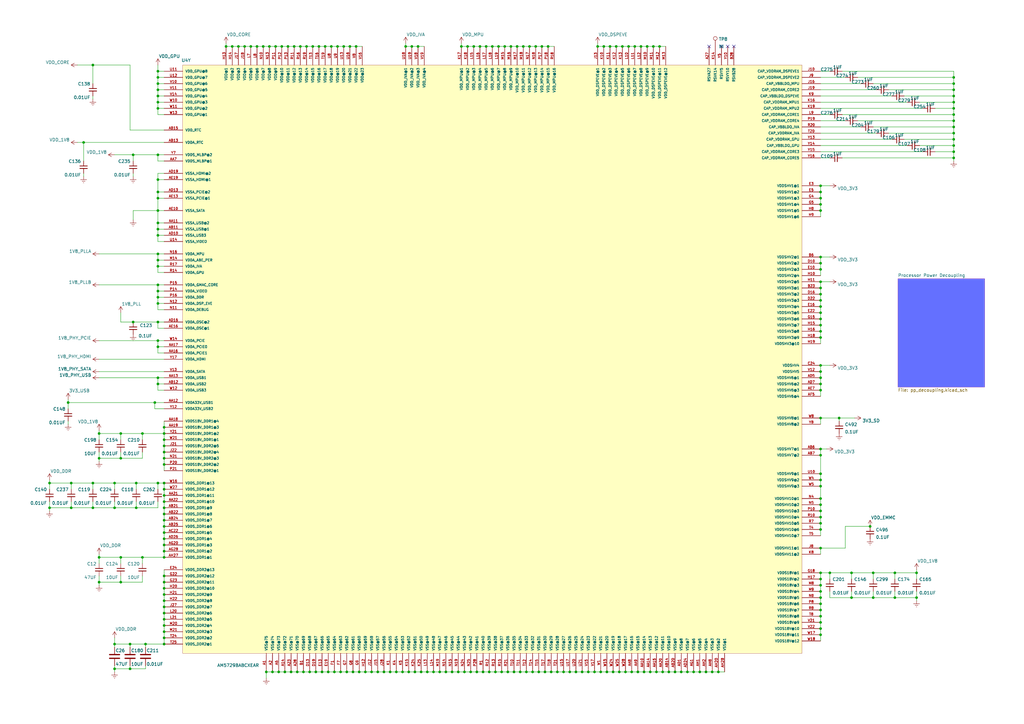
<source format=kicad_sch>
(kicad_sch (version 20210126) (generator eeschema)
  (paper "A3")
  (title_block (title "BeagleBone AI AM57x") (date "2021-01-15") (rev "Kicad-A1") (company "KiCad Services Corporation"))
  (lib_symbols
    (symbol "Connector:TestPoint" (pin_numbers hide) (pin_names (offset 0.762) hide)
      (property "Reference" "TP" (at 0 6.858 0))
      (property "Value" "TestPoint" (at 0 5.08 0))
      (symbol "TestPoint_1_1"
        (pin passive line (at 0 0 90) (length 2.54) (name "1") (number "1"))
      )
    )
    (symbol "Device:C" (pin_numbers hide) (pin_names (offset 0.254))
      (property "Reference" "C" (at 0.635 2.54 0))
      (property "Value" "C" (at 0.635 -2.54 0))
      (symbol "C_1_1"
        (pin passive line (at 0 3.81 270) (length 2.794) (name "~") (number "1"))
        (pin passive line (at 0 -3.81 90) (length 2.794) (name "~") (number "2"))
      )
    )
    (symbol "Device:C_Small" (pin_numbers hide) (pin_names (offset 0.254) hide)
      (property "Reference" "C" (at 0.254 1.778 0))
      (property "Value" "C_Small" (at 0.254 -2.032 0))
      (symbol "C_Small_1_1"
        (pin passive line (at 0 2.54 270) (length 2.032) (name "~") (number "1"))
        (pin passive line (at 0 -2.54 90) (length 2.032) (name "~") (number "2"))
      )
    )
    (symbol "beaglebone-ai:1V8_PHY_HDMI" (power) (pin_names (offset 0))
      (property "Value" "1V8_PHY_HDMI" (at 0 3.556 0))
      (symbol "1V8_PHY_HDMI_1_1"
        (pin power_in line (at 0 0 90) (length 0) hide (name "1V8_PHY_HDMI") (number "1"))
      )
    )
    (symbol "beaglebone-ai:1V8_PHY_PCIE" (power) (pin_names (offset 0))
      (property "Value" "1V8_PHY_PCIE" (at 0 3.556 0))
      (symbol "1V8_PHY_PCIE_1_1"
        (pin power_in line (at 0 0 90) (length 0) hide (name "1V8_PHY_PCIE") (number "1"))
      )
    )
    (symbol "beaglebone-ai:1V8_PHY_SATA" (power) (pin_names (offset 0))
      (property "Value" "1V8_PHY_SATA" (at 0 3.556 0))
      (symbol "1V8_PHY_SATA_1_1"
        (pin power_in line (at 0 0 90) (length 0) hide (name "1V8_PHY_SATA") (number "1"))
      )
    )
    (symbol "beaglebone-ai:1V8_PHY_USB" (power) (pin_names (offset 0))
      (property "Value" "1V8_PHY_USB" (at 0 3.556 0))
      (symbol "1V8_PHY_USB_1_1"
        (pin power_in line (at 0 0 90) (length 0) hide (name "1V8_PHY_USB") (number "1"))
      )
    )
    (symbol "beaglebone-ai:1V8_PLL" (power) (pin_names (offset 0))
      (property "Value" "1V8_PLL" (at 0 3.556 0))
      (symbol "1V8_PLL_1_1"
        (pin power_in line (at 0 0 90) (length 0) hide (name "1V8_PLL") (number "1"))
      )
    )
    (symbol "beaglebone-ai:1V8_PLLA" (power) (pin_names (offset 0))
      (property "Value" "1V8_PLLA" (at 0 3.556 0))
      (symbol "1V8_PLLA_1_1"
        (pin power_in line (at 0 0 90) (length 0) hide (name "1V8_PLLA") (number "1"))
      )
    )
    (symbol "beaglebone-ai:1V8_PLLB" (power) (pin_names (offset 0))
      (property "Value" "1V8_PLLB" (at 0 3.556 0))
      (symbol "1V8_PLLB_1_1"
        (pin power_in line (at 0 0 90) (length 0) hide (name "1V8_PLLB") (number "1"))
      )
    )
    (symbol "beaglebone-ai:3V3_SD" (power) (pin_names (offset 0))
      (property "Value" "3V3_SD" (at 0 3.556 0))
      (symbol "3V3_SD_1_1"
        (pin power_in line (at 0 0 90) (length 0) hide (name "3V3_SD") (number "1"))
      )
    )
    (symbol "beaglebone-ai:3V3_USB" (power) (pin_names (offset 0))
      (property "Value" "3V3_USB" (at 0 3.556 0))
      (symbol "3V3_USB_1_1"
        (pin power_in line (at 0 0 90) (length 0) hide (name "3V3_USB") (number "1"))
      )
    )
    (symbol "beaglebone-ai:AM5729BABCXEAR" (pin_names (offset 1.016))
      (property "Reference" "U" (at -19.05 44.45 0))
      (property "Value" "AM5729BABCXEAR" (at -6.35 44.45 0))
      (symbol "AM5729BABCXEAR_1_0"
        (pin passive line (at 20.32 26.67 180) (length 7.62) (name "XI_OSC0") (number "AE15"))
        (pin passive line (at 20.32 21.59 180) (length 7.62) (name "XO_OSC0") (number "AD15"))
        (pin power_in line (at 20.32 16.51 180) (length 7.62) (name "VSSA_OSC0") (number "AF15"))
        (pin passive line (at 20.32 8.89 180) (length 7.62) (name "XI_OSC1") (number "AC15"))
        (pin passive line (at 20.32 3.81 180) (length 7.62) (name "XO_OSC1") (number "AC13"))
        (pin power_in line (at 20.32 -1.27 180) (length 7.62) (name "VSSA_OSC1") (number "AC14"))
        (pin passive line (at 20.32 -8.89 180) (length 7.62) (name "PORZ") (number "F22"))
        (pin passive line (at 20.32 -16.51 180) (length 7.62) (name "RESETN") (number "E23"))
        (pin passive line (at 20.32 -21.59 180) (length 7.62) (name "RSTOUTN") (number "F23"))
        (pin passive line (at 20.32 -29.21 180) (length 7.62) (name "NMI_DSP") (number "D21"))
      )
      (symbol "AM5729BABCXEAR_2_0"
        (pin passive line (at 19.05 15.24 180) (length 7.62) (name "RTC_OSC_XI") (number "AE14"))
        (pin passive line (at 19.05 12.7 180) (length 7.62) (name "RTC_OSC_XO") (number "AD14"))
        (pin passive line (at 19.05 7.62 180) (length 7.62) (name "RTC_ISO") (number "AF14"))
        (pin passive line (at 19.05 2.54 180) (length 7.62) (name "RTC_PORZ") (number "AB17"))
        (pin passive line (at 19.05 -2.54 180) (length 7.62) (name "ON_OFF") (number "Y11"))
        (pin passive line (at 19.05 -7.62 180) (length 7.62) (name "WAKEUP0") (number "AD17"))
        (pin passive line (at 19.05 -10.16 180) (length 7.62) (name "WAKEUP1") (number "AC17"))
        (pin passive line (at 19.05 -12.7 180) (length 7.62) (name "WAKEUP2") (number "AB16"))
        (pin passive line (at 19.05 -15.24 180) (length 7.62) (name "WAKEUP3") (number "AC16"))
      )
      (symbol "AM5729BABCXEAR_3_0"
        (pin passive line (at 27.94 109.22 180) (length 7.62) (name "DDR1_RST") (number "AG21"))
        (pin passive line (at 27.94 101.6 180) (length 7.62) (name "DDR1_CK") (number "AG24"))
        (pin passive line (at 27.94 99.06 180) (length 7.62) (name "DDR1_CKN") (number "AH24"))
        (pin passive line (at 27.94 96.52 180) (length 7.62) (name "DDR1_CKE") (number "AG22"))
        (pin passive line (at 27.94 93.98 180) (length 7.62) (name "DDR1_CSN0") (number "AH23"))
        (pin passive line (at 27.94 91.44 180) (length 7.62) (name "DDR1_CASN") (number "AC18"))
        (pin passive line (at 27.94 88.9 180) (length 7.62) (name "DDR1_RASN") (number "AF20"))
        (pin passive line (at 27.94 86.36 180) (length 7.62) (name "DDR1_WEN") (number "AH21"))
        (pin passive line (at 27.94 76.2 180) (length 7.62) (name "DDR1_BA0") (number "AF17"))
        (pin passive line (at 27.94 73.66 180) (length 7.62) (name "DDR1_BA1") (number "AE18"))
        (pin passive line (at 27.94 71.12 180) (length 7.62) (name "DDR1_BA2") (number "AB18"))
        (pin passive line (at 27.94 -86.36 180) (length 7.62) (name "DDR1_DQS0") (number "AH25"))
        (pin passive line (at 27.94 -88.9 180) (length 7.62) (name "DDR1_DQS0N") (number "AG25"))
        (pin passive line (at 27.94 -91.44 180) (length 7.62) (name "DDR1_DQS1") (number "AE27"))
        (pin passive line (at 27.94 -93.98 180) (length 7.62) (name "DDR1_DQS1N") (number "AE28"))
        (pin passive line (at 27.94 -96.52 180) (length 7.62) (name "DDR1_DQS2") (number "AD27"))
        (pin passive line (at 27.94 -99.06 180) (length 7.62) (name "DDR1_DQS2N") (number "AD28"))
        (pin passive line (at 27.94 -101.6 180) (length 7.62) (name "DDR1_DQS3") (number "Y28"))
        (pin passive line (at 27.94 -104.14 180) (length 7.62) (name "DDR1_DQS3N") (number "Y27"))
        (pin passive line (at 27.94 -114.3 180) (length 7.62) (name "DDR1_ODT0") (number "AE20"))
        (pin passive line (at 27.94 68.58 180) (length 7.62) (name "DDR1_A0") (number "AD20"))
        (pin passive line (at 27.94 66.04 180) (length 7.62) (name "DDR1_A1") (number "AC19"))
        (pin passive line (at 27.94 63.5 180) (length 7.62) (name "DDR1_A2") (number "AC20"))
        (pin passive line (at 27.94 60.96 180) (length 7.62) (name "DDR1_A3") (number "AB19"))
        (pin passive line (at 27.94 58.42 180) (length 7.62) (name "DDR1_A4") (number "AF21"))
        (pin passive line (at 27.94 55.88 180) (length 7.62) (name "DDR1_A5") (number "AH22"))
        (pin passive line (at 27.94 53.34 180) (length 7.62) (name "DDR1_A6") (number "AG23"))
        (pin passive line (at 27.94 50.8 180) (length 7.62) (name "DDR1_A7") (number "AE21"))
        (pin passive line (at 27.94 48.26 180) (length 7.62) (name "DDR1_A8") (number "AF22"))
        (pin passive line (at 27.94 45.72 180) (length 7.62) (name "DDR1_A9") (number "AE22"))
        (pin passive line (at 27.94 43.18 180) (length 7.62) (name "DDR1_A10") (number "AD21"))
        (pin passive line (at 27.94 40.64 180) (length 7.62) (name "DDR1_A11") (number "AD22"))
        (pin passive line (at 27.94 38.1 180) (length 7.62) (name "DDR1_A12") (number "AC21"))
        (pin passive line (at 27.94 35.56 180) (length 7.62) (name "DDR1_A13") (number "AF18"))
        (pin passive line (at 27.94 33.02 180) (length 7.62) (name "DDR1_A14") (number "AE17"))
        (pin passive line (at 27.94 30.48 180) (length 7.62) (name "DDR1_A15") (number "AD18"))
        (pin passive line (at 27.94 20.32 180) (length 7.62) (name "DDR1_D0") (number "AF25"))
        (pin passive line (at 27.94 17.78 180) (length 7.62) (name "DDR1_D1") (number "AF26"))
        (pin passive line (at 27.94 15.24 180) (length 7.62) (name "DDR1_D2") (number "AG26"))
        (pin passive line (at 27.94 12.7 180) (length 7.62) (name "DDR1_D3") (number "AH26"))
        (pin passive line (at 27.94 10.16 180) (length 7.62) (name "DDR1_D4") (number "AF24"))
        (pin passive line (at 27.94 7.62 180) (length 7.62) (name "DDR1_D5") (number "AE24"))
        (pin passive line (at 27.94 5.08 180) (length 7.62) (name "DDR1_D6") (number "AF23"))
        (pin passive line (at 27.94 2.54 180) (length 7.62) (name "DDR1_D7") (number "AE23"))
        (pin passive line (at 27.94 0 180) (length 7.62) (name "DDR1_D8") (number "AC23"))
        (pin passive line (at 27.94 -2.54 180) (length 7.62) (name "DDR1_D9") (number "AF27"))
        (pin tri_state line (at 27.94 -5.08 180) (length 7.62) (name "DDR1_D10") (number "AG27"))
        (pin passive line (at 27.94 -7.62 180) (length 7.62) (name "DDR1_D11") (number "AF28"))
        (pin passive line (at 27.94 -10.16 180) (length 7.62) (name "DDR1_D12") (number "AE26"))
        (pin passive line (at 27.94 -12.7 180) (length 7.62) (name "DDR1_D13") (number "AC25"))
        (pin passive line (at 27.94 -15.24 180) (length 7.62) (name "DDR1_D14") (number "AC24"))
        (pin passive line (at 27.94 -17.78 180) (length 7.62) (name "DDR1_D15") (number "AD25"))
        (pin tri_state line (at 27.94 -20.32 180) (length 7.62) (name "DDR1_D16") (number "V20"))
        (pin passive line (at 27.94 -22.86 180) (length 7.62) (name "DDR1_D17") (number "W20"))
        (pin passive line (at 27.94 -25.4 180) (length 7.62) (name "DDR1_D18") (number "AB28"))
        (pin passive line (at 27.94 -27.94 180) (length 7.62) (name "DDR1_D19") (number "AC28"))
        (pin passive line (at 27.94 -30.48 180) (length 7.62) (name "DDR1_D20") (number "AC27"))
        (pin passive line (at 27.94 -33.02 180) (length 7.62) (name "DDR1_D21") (number "Y19"))
        (pin passive line (at 27.94 -35.56 180) (length 7.62) (name "DDR1_D22") (number "AB27"))
        (pin passive line (at 27.94 -38.1 180) (length 7.62) (name "DDR1_D23") (number "Y20"))
        (pin passive line (at 27.94 -40.64 180) (length 7.62) (name "DDR1_D24") (number "AA23"))
        (pin passive line (at 27.94 -43.18 180) (length 7.62) (name "DDR1_D25") (number "Y22"))
        (pin passive line (at 27.94 -45.72 180) (length 7.62) (name "DDR1_D26") (number "Y23"))
        (pin passive line (at 27.94 -48.26 180) (length 7.62) (name "DDR1_D27") (number "AA24"))
        (pin passive line (at 27.94 -50.8 180) (length 7.62) (name "DDR1_D28") (number "Y24"))
        (pin passive line (at 27.94 -53.34 180) (length 7.62) (name "DDR1_D29") (number "AA26"))
        (pin passive line (at 27.94 -55.88 180) (length 7.62) (name "DDR1_D30") (number "AA25"))
        (pin passive line (at 27.94 -58.42 180) (length 7.62) (name "DDR1_D31") (number "AA28"))
        (pin passive line (at 27.94 -68.58 180) (length 7.62) (name "DDR1_DQM0") (number "AD23"))
        (pin passive line (at 27.94 -71.12 180) (length 7.62) (name "DDR1_DQM1") (number "AB23"))
        (pin passive line (at 27.94 -73.66 180) (length 7.62) (name "DDR1_DQM2") (number "AC26"))
        (pin passive line (at 27.94 -76.2 180) (length 7.62) (name "DDR1_DQM3") (number "AA27"))
        (pin passive line (at 27.94 -121.92 180) (length 7.62) (name "DDR1_VREF") (number "Y18"))
        (pin passive line (at -25.4 -10.16 0) (length 7.62) (name "DDR1_ECC_DQSN") (number "V28"))
        (pin passive line (at -25.4 -7.62 0) (length 7.62) (name "DDR1_ECC_DQS") (number "V27"))
        (pin passive line (at -25.4 0 0) (length 7.62) (name "DDR1_ECC_DQM") (number "V26"))
        (pin passive line (at -25.4 7.62 0) (length 7.62) (name "DDR1_ECC_D7") (number "Y26"))
        (pin passive line (at -25.4 10.16 0) (length 7.62) (name "DDR1_ECC_D6") (number "V25"))
        (pin passive line (at -25.4 12.7 0) (length 7.62) (name "DDR1_ECC_D5") (number "V24"))
        (pin passive line (at -25.4 15.24 0) (length 7.62) (name "DDR1_ECC_D4") (number "Y25"))
        (pin passive line (at -25.4 17.78 0) (length 7.62) (name "DDR1_ECC_D3") (number "W23"))
        (pin passive line (at -25.4 20.32 0) (length 7.62) (name "DDR1_ECC_D2") (number "W19"))
        (pin passive line (at -25.4 22.86 0) (length 7.62) (name "DDR1_ECC_D1") (number "V23"))
        (pin passive line (at -25.4 25.4 0) (length 7.62) (name "DDR1_ECC_D0") (number "W22"))
      )
      (symbol "AM5729BABCXEAR_4_0"
        (pin passive line (at 25.4 8.89 180) (length 7.62) (name "GPMC_A18/QSPI1_SCLK") (number "R2"))
        (pin passive line (at 25.4 6.35 180) (length 7.62) (name "GPMC_A13/QSPI_RTCLK") (number "R3"))
        (pin passive line (at 25.4 3.81 180) (length 7.62) (name "GPMC_CS2/QSPI1_CS0") (number "P2"))
        (pin passive line (at 25.4 -3.81 180) (length 7.62) (name "GPMC_A16/QSPI1_D0") (number "U1"))
        (pin passive line (at 25.4 -6.35 180) (length 7.62) (name "GPMC_A17/QSPI1_D1") (number "P3"))
        (pin passive line (at 25.4 -8.89 180) (length 7.62) (name "GPMC_A15/QSPI_D2") (number "U2"))
        (pin passive line (at 25.4 -11.43 180) (length 7.62) (name "GPMC_A14/QSPI_D3") (number "T2"))
      )
      (symbol "AM5729BABCXEAR_5_0"
        (pin passive line (at 27.94 15.24 180) (length 7.62) (name "GPMC_A23/MMC2_CLK") (number "J7"))
        (pin passive line (at 27.94 12.7 180) (length 7.62) (name "GPMC_CS1/MMC2_CMD") (number "H6"))
        (pin passive line (at 27.94 5.08 180) (length 7.62) (name "GPMC_A24/MMC2_DAT0") (number "J4"))
        (pin passive line (at 27.94 2.54 180) (length 7.62) (name "GPMC_A25/MMC2_DAT1") (number "J6"))
        (pin passive line (at 27.94 0 180) (length 7.62) (name "GPMC_A26/MMC2_DAT2") (number "H4"))
        (pin passive line (at 27.94 -2.54 180) (length 7.62) (name "GPMC_A27/MMC2_DAT3") (number "H5"))
        (pin passive line (at 27.94 -5.08 180) (length 7.62) (name "GPMC_A19/MMC2_DAT4") (number "K7"))
        (pin passive line (at 27.94 -7.62 180) (length 7.62) (name "GPMC_A20/MMC2_DAT5") (number "M7"))
        (pin passive line (at 27.94 -10.16 180) (length 7.62) (name "GPMC_A21/MMC2_DAT6") (number "J5"))
        (pin passive line (at 27.94 -12.7 180) (length 7.62) (name "GPMC_A22/MMC2_DAT7") (number "K6"))
      )
      (symbol "AM5729BABCXEAR_6_0"
        (pin passive line (at 19.05 22.86 180) (length 7.62) (name "RGMII0_TXC") (number "W9"))
        (pin passive line (at 19.05 20.32 180) (length 7.62) (name "RGMII0_TXCTL") (number "V9"))
        (pin passive line (at 19.05 12.7 180) (length 7.62) (name "RGMII0_TXD0") (number "U6"))
        (pin passive line (at 19.05 10.16 180) (length 7.62) (name "RGMII0_TXD1") (number "V6"))
        (pin passive line (at 19.05 7.62 180) (length 7.62) (name "RGMII0_TXD2") (number "U7"))
        (pin passive line (at 19.05 5.08 180) (length 7.62) (name "RGMII0_TXD3") (number "V7"))
        (pin passive line (at 19.05 -2.54 180) (length 7.62) (name "RGMII0_RXC") (number "U5"))
        (pin passive line (at 19.05 -5.08 180) (length 7.62) (name "RGMII0_RXCTL") (number "V5"))
        (pin passive line (at 19.05 -12.7 180) (length 7.62) (name "RGMII0_RXD0") (number "W2"))
        (pin passive line (at 19.05 -15.24 180) (length 7.62) (name "RGMII0_RXD1") (number "Y2"))
        (pin passive line (at 19.05 -17.78 180) (length 7.62) (name "RGMII0_RXD2") (number "V3"))
        (pin passive line (at 19.05 -20.32 180) (length 7.62) (name "RGMII0_RXD3") (number "V4"))
        (pin passive line (at 19.05 -27.94 180) (length 7.62) (name "MDIO_MCLK") (number "V1"))
        (pin passive line (at 19.05 -30.48 180) (length 7.62) (name "MDIO_D") (number "U4"))
      )
      (symbol "AM5729BABCXEAR_7_0"
        (pin passive line (at 26.67 20.32 180) (length 7.62) (name "VIN2A_D12/RGMII1_TXC") (number "D5"))
        (pin passive line (at 26.67 17.78 180) (length 7.62) (name "VIN2A_D13/RGMII1_TXCTL") (number "C2"))
        (pin passive line (at 26.67 10.16 180) (length 7.62) (name "VIN2A_D17/RGMII1_TXD0") (number "D6"))
        (pin passive line (at 26.67 7.62 180) (length 7.62) (name "VIN2A_D16/RGMII1_TXD1") (number "B2"))
        (pin passive line (at 26.67 5.08 180) (length 7.62) (name "VIN2A_D15/RGMII1_TXD2") (number "C4"))
        (pin passive line (at 26.67 2.54 180) (length 7.62) (name "VIN2A_D14/RGMII1_TXD3") (number "C3"))
        (pin passive line (at 26.67 -5.08 180) (length 7.62) (name "VIN2A_D18/RGMII1_RXC") (number "C5"))
        (pin passive line (at 26.67 -7.62 180) (length 7.62) (name "VIN2A_D19/RGMII1_RXCTL") (number "A3"))
        (pin passive line (at 26.67 -15.24 180) (length 7.62) (name "VIN2A_D23/RGMII1_RXD0") (number "A4"))
        (pin passive line (at 26.67 -17.78 180) (length 7.62) (name "VIN2A_D22/RGMII1_RXD1") (number "B5"))
        (pin passive line (at 26.67 -20.32 180) (length 7.62) (name "VIN2A_D21/RGMII1_RXD2") (number "B4"))
        (pin passive line (at 26.67 -22.86 180) (length 7.62) (name "VIN2A_D20/RGMII1_RXD3") (number "B3"))
      )
      (symbol "AM5729BABCXEAR_8_0"
        (pin passive line (at 27.94 17.78 180) (length 7.62) (name "HDMI1_CLOCKX") (number "AG16"))
        (pin passive line (at 27.94 15.24 180) (length 7.62) (name "HDMI1_CLOCKY") (number "AH16"))
        (pin passive line (at 27.94 7.62 180) (length 7.62) (name "HDMI1_DATA0X") (number "AG17"))
        (pin passive line (at 27.94 5.08 180) (length 7.62) (name "HDMI1_DATA0Y") (number "AH17"))
        (pin passive line (at 27.94 2.54 180) (length 7.62) (name "HDMI1_DATA1X") (number "AG18"))
        (pin passive line (at 27.94 0 180) (length 7.62) (name "HDMI1_DATA1Y") (number "AH18"))
        (pin passive line (at 27.94 -2.54 180) (length 7.62) (name "HDMI1_DATA2X") (number "AG19"))
        (pin passive line (at 27.94 -5.08 180) (length 7.62) (name "HDMI1_DATA2Y") (number "AH19"))
        (pin passive line (at 27.94 -12.7 180) (length 7.62) (name "I2C2_SCL/HDMI1_DDC_SDA") (number "C25"))
        (pin passive line (at 27.94 -15.24 180) (length 7.62) (name "I2C2_SDA/HDMI1_DDC_SCL") (number "F17"))
        (pin passive line (at 27.94 -22.86 180) (length 7.62) (name "SPI1_CS2/HDMI_HPD") (number "B21"))
        (pin passive line (at 27.94 -25.4 180) (length 7.62) (name "SPI1_CS3/HDMI_CEC") (number "B20"))
      )
      (symbol "AM5729BABCXEAR_9_0"
        (pin passive line (at 26.67 1.27 180) (length 7.62) (name "UART2_RTSN/UART3_TXD") (number "C28"))
        (pin passive line (at 26.67 -1.27 180) (length 7.62) (name "UART2_CTSN/UART3_RXD") (number "D27"))
      )
      (symbol "AM5729BABCXEAR_10_0"
        (pin passive line (at 27.94 8.89 180) (length 7.62) (name "VIN2A_D1/PR1_UART0_TXD") (number "F3"))
        (pin passive line (at 27.94 6.35 180) (length 7.62) (name "VIN2A_D0/PR1_UART0_RXD") (number "F2"))
        (pin passive line (at 27.94 -3.81 180) (length 7.62) (name "VIN2A_D5/PR1_PRU1_R30_2") (number "F4"))
        (pin passive line (at 27.94 -13.97 180) (length 7.62) (name "RMII50MHZCLK/PR2_GPIO") (number "U3"))
      )
      (symbol "AM5729BABCXEAR_11_0"
        (pin passive line (at 30.48 1.27 180) (length 7.62) (name "UART3_TXD/PR1_MII0_MR0CLK") (number "Y1"))
        (pin passive line (at 30.48 -1.27 180) (length 7.62) (name "UART3_RXD/PR1_MII0_RXDV") (number "V2"))
      )
      (symbol "AM5729BABCXEAR_12_0"
        (pin passive line (at 30.48 11.43 180) (length 7.62) (name "VIN2A_D6/PR1_MII_MT1_CLK") (number "C1"))
        (pin passive line (at 30.48 8.89 180) (length 7.62) (name "VIN2A_D7/PR1_MII1_TXEN") (number "E4"))
        (pin passive line (at 30.48 1.27 180) (length 7.62) (name "VIN2A_D9/PR1_MII1_TXD2") (number "E6"))
        (pin passive line (at 30.48 -1.27 180) (length 7.62) (name "VIN2A_D8/PR1_MII1_TXD3") (number "F5"))
        (pin passive line (at 30.48 -8.89 180) (length 7.62) (name "VIN2A_D10/PR1_MDIO_MDCLK") (number "D3"))
        (pin passive line (at 30.48 -11.43 180) (length 7.62) (name "VIN2A_D11/PR1_MDIO_DATA") (number "F6"))
      )
      (symbol "AM5729BABCXEAR_13_0"
        (pin passive line (at 33.02 27.94 180) (length 7.62) (name "MCASP1_AXR1/PR2_MII_MT0_CLK") (number "F12"))
        (pin passive line (at 33.02 25.4 180) (length 7.62) (name "MCASP1_AXR8/PR2_MII0_TXEN") (number "B12"))
        (pin passive line (at 33.02 17.78 180) (length 7.62) (name "MCASP1_AXR12/PR2_MII0_TXD0") (number "E14"))
        (pin passive line (at 33.02 15.24 180) (length 7.62) (name "MCASP1_AXR11/PR2_MII0_TXD1") (number "A12"))
        (pin passive line (at 33.02 12.7 180) (length 7.62) (name "MCASP1_AXR10/PR2_MII0_TXD2") (number "B13"))
        (pin passive line (at 33.02 10.16 180) (length 7.62) (name "MCASP1_AXR9/PR2_MII0_TXD3") (number "A11"))
        (pin passive line (at 33.02 2.54 180) (length 7.62) (name "MCASP1_AXR13/PR2_MII_MR0_CLK") (number "A13"))
        (pin passive line (at 33.02 0 180) (length 7.62) (name "MCASP1_AXR14/PR2_MII0_RXDV") (number "G14"))
        (pin passive line (at 33.02 -2.54 180) (length 7.62) (name "MCASP1_AXR0/PR2_MII0_RXER") (number "G12"))
        (pin passive line (at 33.02 -10.16 180) (length 7.62) (name "MCASP2_AXR2/PR2_MII0_RXD0") (number "C15"))
        (pin passive line (at 33.02 -12.7 180) (length 7.62) (name "MCASP2_FSX/PR2_MII0_RXD1") (number "A18"))
        (pin passive line (at 33.02 -15.24 180) (length 7.62) (name "MCASP2_ACLKX/PR2_MII0_RXD2") (number "A19"))
        (pin passive line (at 33.02 -17.78 180) (length 7.62) (name "MCASP1_AXR15/PR2_MII0_RXD3") (number "F14"))
        (pin passive line (at 33.02 -25.4 180) (length 7.62) (name "MCASP3_ACLKX/PR2_MII0_CRS") (number "B18"))
        (pin passive line (at 33.02 -27.94 180) (length 7.62) (name "MCASP3_FSX/PR2_MII0_COL") (number "F15"))
        (pin passive line (at 33.02 -30.48 180) (length 7.62) (name "MCASP2_AXR3/PR2_MII0_RXLINK") (number "A16"))
        (pin passive line (at 33.02 -38.1 180) (length 7.62) (name "MCASP1_ACLKX/PR2_MDIO_MDCLK") (number "C14"))
        (pin passive line (at 33.02 -40.64 180) (length 7.62) (name "MCASP1_FSX/PR2_MDIO_DATA") (number "D14"))
      )
      (symbol "AM5729BABCXEAR_14_0"
        (pin passive line (at 31.75 25.4 180) (length 7.62) (name "GPIO6_10/PR2_MII_MT1_CLK") (number "AC5"))
        (pin passive line (at 31.75 22.86 180) (length 7.62) (name "GPIO6_11/PR2_MII1_TXEN") (number "AB4"))
        (pin passive line (at 31.75 15.24 180) (length 7.62) (name "MMC3_DAT1/PR2_MII1_TXD0") (number "AC6"))
        (pin passive line (at 31.75 12.7 180) (length 7.62) (name "MMC3_DAT0/PR2_MII1_TXD1") (number "AC7"))
        (pin passive line (at 31.75 10.16 180) (length 7.62) (name "MMC3_CMD/PR2_MII1_TXD2") (number "AC4"))
        (pin passive line (at 31.75 7.62 180) (length 7.62) (name "MMC3_CLK/PR2_MII1_TXD3") (number "AD4"))
        (pin passive line (at 31.75 0 180) (length 7.62) (name "MMC3_DAT2/PR2_MII_MR1_CLK") (number "AC9"))
        (pin passive line (at 31.75 -2.54 180) (length 7.62) (name "MMC3_DAT3/PR2_MII1_RXDV") (number "AC3"))
        (pin passive line (at 31.75 -5.08 180) (length 7.62) (name "MCASP3_AXR0/PR2_MII1_RXER") (number "B19"))
        (pin passive line (at 31.75 -12.7 180) (length 7.62) (name "MMC3_DAT7/PR2_MII1_RXD0") (number "AB5"))
        (pin passive line (at 31.75 -15.24 180) (length 7.62) (name "MMC3_DAT6/PR2_MII1_RXD1") (number "AB8"))
        (pin passive line (at 31.75 -17.78 180) (length 7.62) (name "MMC3_DAT5/PR2_MII1_RXD2") (number "AD6"))
        (pin passive line (at 31.75 -20.32 180) (length 7.62) (name "MMC3_DAT4/PR2_MII1_RXD3") (number "AC8"))
        (pin passive line (at 31.75 -27.94 180) (length 7.62) (name "XREF_CLK1/PR2_MII1_CRS") (number "E17"))
        (pin passive line (at 31.75 -30.48 180) (length 7.62) (name "XREF_CLK0/PR2_MII1_COL") (number "D18"))
        (pin passive line (at 31.75 -33.02 180) (length 7.62) (name "MCASP3_AXR1/PR2_MII1_RXLINK") (number "C17"))
      )
      (symbol "AM5729BABCXEAR_15_0"
        (pin passive line (at 19.05 12.7 180) (length 7.62) (name "MMC1_CLK") (number "W6"))
        (pin passive line (at 19.05 10.16 180) (length 7.62) (name "MMC1_CMD") (number "Y6"))
        (pin passive line (at 19.05 5.08 180) (length 7.62) (name "MMC1_DAT0") (number "AA6"))
        (pin passive line (at 19.05 2.54 180) (length 7.62) (name "MMC1_DAT1") (number "Y4"))
        (pin passive line (at 19.05 0 180) (length 7.62) (name "MMC1_DAT2") (number "AA5"))
        (pin passive line (at 19.05 -2.54 180) (length 7.62) (name "MMC1_DAT3") (number "Y3"))
        (pin passive line (at 19.05 -7.62 180) (length 7.62) (name "MMC1_SDCD") (number "W7"))
        (pin passive line (at 19.05 -12.7 180) (length 7.62) (name "MMC1_SDWP") (number "Y9"))
      )
      (symbol "AM5729BABCXEAR_16_0"
        (pin passive line (at 20.32 7.62 180) (length 7.62) (name "LJCB_CLKP") (number "AG15"))
        (pin passive line (at 20.32 5.08 180) (length 7.62) (name "LJCB_CLKN") (number "AH15"))
        (pin passive line (at 20.32 0 180) (length 7.62) (name "PCIE_TXP0") (number "AH14"))
        (pin passive line (at 20.32 -2.54 180) (length 7.62) (name "PCIE_TXN0") (number "AG14"))
        (pin passive line (at 20.32 -7.62 180) (length 7.62) (name "PCIE_RXP0") (number "AH13"))
        (pin passive line (at 20.32 -10.16 180) (length 7.62) (name "PCIE_RXN0") (number "AG13"))
      )
      (symbol "AM5729BABCXEAR_17_0"
        (pin passive line (at 19.05 10.16 180) (length 7.62) (name "USB1_DP") (number "AD12"))
        (pin passive line (at 19.05 7.62 180) (length 7.62) (name "USB1_DM") (number "AC12"))
        (pin passive line (at 19.05 2.54 180) (length 7.62) (name "USB1_DRVVBUS") (number "AB10"))
        (pin passive line (at 19.05 -2.54 180) (length 7.62) (name "USB_RXN0") (number "AF12"))
        (pin passive line (at 19.05 -5.08 180) (length 7.62) (name "USB_RXP0") (number "AE12"))
        (pin passive line (at 19.05 -10.16 180) (length 7.62) (name "USB_TXN0") (number "AC11"))
        (pin passive line (at 19.05 -12.7 180) (length 7.62) (name "USB_TXP0") (number "AD11"))
      )
      (symbol "AM5729BABCXEAR_18_0"
        (pin passive line (at 19.05 1.27 180) (length 7.62) (name "I2C1_SCL") (number "C20"))
        (pin passive line (at 19.05 -1.27 180) (length 7.62) (name "I2C1_SDA") (number "C21"))
      )
      (symbol "AM5729BABCXEAR_19_0"
        (pin passive line (at 15.24 10.16 180) (length 7.62) (name "TCK") (number "E20"))
        (pin passive line (at 15.24 7.62 180) (length 7.62) (name "RTCK") (number "E18"))
        (pin passive line (at 15.24 5.08 180) (length 7.62) (name "TMS") (number "F18"))
        (pin passive line (at 15.24 0 180) (length 7.62) (name "TDI") (number "D23"))
        (pin passive line (at 15.24 -2.54 180) (length 7.62) (name "TDO") (number "F19"))
        (pin passive line (at 15.24 -7.62 180) (length 7.62) (name "TRSTN") (number "D20"))
        (pin passive line (at 15.24 -12.7 180) (length 7.62) (name "EMU0") (number "G21"))
        (pin passive line (at 15.24 -15.24 180) (length 7.62) (name "EMU1") (number "D24"))
      )
      (symbol "AM5729BABCXEAR_20_0"
        (pin passive line (at 25.4 40.64 180) (length 7.62) (name "VOUT1_CLK") (number "D11"))
        (pin passive line (at 25.4 33.02 180) (length 7.62) (name "VOUT1_VSYNC") (number "E11"))
        (pin passive line (at 25.4 30.48 180) (length 7.62) (name "VOUT1_HSYNC") (number "C11"))
        (pin passive line (at 25.4 27.94 180) (length 7.62) (name "VOUT1_DE") (number "B10"))
        (pin passive line (at 25.4 20.32 180) (length 7.62) (name "VOUT1_D0") (number "F11"))
        (pin passive line (at 25.4 17.78 180) (length 7.62) (name "VOUT1_D1") (number "G10"))
        (pin passive line (at 25.4 15.24 180) (length 7.62) (name "VOUT1_D2") (number "F10"))
        (pin passive line (at 25.4 12.7 180) (length 7.62) (name "VOUT1_D3") (number "G11"))
        (pin passive line (at 25.4 10.16 180) (length 7.62) (name "VOUT1_D4") (number "E9"))
        (pin passive line (at 25.4 7.62 180) (length 7.62) (name "VOUT1_D5") (number "F9"))
        (pin passive line (at 25.4 5.08 180) (length 7.62) (name "VOUT1_D6") (number "F8"))
        (pin passive line (at 25.4 2.54 180) (length 7.62) (name "VOUT1_D7") (number "E7"))
        (pin passive line (at 25.4 0 180) (length 7.62) (name "VOUT1_D8") (number "E8"))
        (pin passive line (at 25.4 -2.54 180) (length 7.62) (name "VOUT1_D9") (number "D9"))
        (pin passive line (at 25.4 -5.08 180) (length 7.62) (name "VOUT1_D10") (number "D7"))
        (pin passive line (at 25.4 -7.62 180) (length 7.62) (name "VOUT1_D11") (number "D8"))
        (pin passive line (at 25.4 -10.16 180) (length 7.62) (name "VOUT1_D12") (number "A5"))
        (pin passive line (at 25.4 -12.7 180) (length 7.62) (name "VOUT1_D13") (number "C6"))
        (pin passive line (at 25.4 -15.24 180) (length 7.62) (name "VOUT1_D14") (number "C8"))
        (pin passive line (at 25.4 -17.78 180) (length 7.62) (name "VOUT1_D15") (number "C7"))
        (pin passive line (at 25.4 -20.32 180) (length 7.62) (name "VOUT1_D16") (number "B7"))
        (pin passive line (at 25.4 -22.86 180) (length 7.62) (name "VOUT1_D17") (number "B8"))
        (pin passive line (at 25.4 -25.4 180) (length 7.62) (name "VOUT1_D18") (number "A7"))
        (pin passive line (at 25.4 -27.94 180) (length 7.62) (name "VOUT1_D19") (number "A8"))
        (pin passive line (at 25.4 -30.48 180) (length 7.62) (name "VOUT1_D20") (number "C9"))
        (pin passive line (at 25.4 -33.02 180) (length 7.62) (name "VOUT1_D21") (number "A9"))
        (pin passive line (at 25.4 -35.56 180) (length 7.62) (name "VOUT1_D22") (number "B9"))
        (pin passive line (at 25.4 -38.1 180) (length 7.62) (name "VOUT1_D23") (number "A10"))
        (pin passive line (at 25.4 -45.72 180) (length 7.62) (name "VIN2A_D2/ECAP1_IN_PWM1") (number "D1"))
      )
      (symbol "AM5729BABCXEAR_21_0"
        (pin passive line (at 27.94 6.35 180) (length 7.62) (name "MCASP4_ACLKX/SPI3_SCLK") (number "C18"))
        (pin passive line (at 27.94 1.27 180) (length 7.62) (name "VIN1A_D15/GPIO") (number "AF4"))
        (pin passive line (at 27.94 -1.27 180) (length 7.62) (name "MCASP4_FSX/SPI3_D1") (number "A21"))
        (pin passive line (at 27.94 -6.35 180) (length 7.62) (name "MCASP4_AXR1/SPI3_CS0") (number "D17"))
      )
      (symbol "AM5729BABCXEAR_22_0"
        (pin passive line (at 33.02 87.63 180) (length 7.62) (name "GPMC_AD0/GPIO") (number "M6"))
        (pin passive line (at 33.02 85.09 180) (length 7.62) (name "GPMC_AD1/GPIO") (number "M2"))
        (pin passive line (at 33.02 82.55 180) (length 7.62) (name "GPMC_AD2/GPIO") (number "L5"))
        (pin passive line (at 33.02 80.01 180) (length 7.62) (name "GPMC_AD3/GPIO") (number "M1"))
        (pin passive line (at 33.02 77.47 180) (length 7.62) (name "GPMC_AD4/GPIO") (number "L6"))
        (pin passive line (at 33.02 74.93 180) (length 7.62) (name "GPMC_AD5/GPIO") (number "L4"))
        (pin passive line (at 33.02 72.39 180) (length 7.62) (name "GPMC_AD6/GPIO") (number "L3"))
        (pin passive line (at 33.02 69.85 180) (length 7.62) (name "GPMC_AD7/GPIO") (number "L2"))
        (pin passive line (at 33.02 67.31 180) (length 7.62) (name "GPMC_AD8") (number "L1"))
        (pin passive line (at 33.02 64.77 180) (length 7.62) (name "GPMC_AD9") (number "K2"))
        (pin passive line (at 33.02 62.23 180) (length 7.62) (name "GPMC_AD10") (number "J1"))
        (pin passive line (at 33.02 59.69 180) (length 7.62) (name "GPMC_AD11") (number "J2"))
        (pin passive line (at 33.02 57.15 180) (length 7.62) (name "GPMC_AD12") (number "H1"))
        (pin passive line (at 33.02 54.61 180) (length 7.62) (name "GPMC_AD13") (number "J3"))
        (pin passive line (at 33.02 52.07 180) (length 7.62) (name "GPMC_AD14") (number "H2"))
        (pin passive line (at 33.02 49.53 180) (length 7.62) (name "GPMC_AD15") (number "H3"))
        (pin passive line (at 33.02 39.37 180) (length 7.62) (name "GPMC_CS0") (number "T1"))
        (pin passive line (at 33.02 36.83 180) (length 7.62) (name "GPMC_CS3/GPIO") (number "P1"))
        (pin passive line (at 33.02 34.29 180) (length 7.62) (name "GPMC_CLK") (number "P7"))
        (pin passive line (at 33.02 31.75 180) (length 7.62) (name "GPMC_ADVN_ALE") (number "N1"))
        (pin passive line (at 33.02 29.21 180) (length 7.62) (name "GPMC_OEN_REN") (number "M5"))
        (pin passive line (at 33.02 26.67 180) (length 7.62) (name "GPMC_WEN") (number "M3"))
        (pin passive line (at 33.02 24.13 180) (length 7.62) (name "GPMC_BEN0") (number "N6"))
        (pin passive line (at 33.02 21.59 180) (length 7.62) (name "GPMC_BEN1") (number "M4"))
        (pin passive line (at 33.02 19.05 180) (length 7.62) (name "GPMC_WAIT0") (number "N2"))
        (pin passive line (at 33.02 6.35 180) (length 7.62) (name "MCASP1_ACLKR") (number "B14"))
        (pin passive line (at 33.02 3.81 180) (length 7.62) (name "MCASP1_FSR") (number "J14"))
        (pin passive line (at 33.02 1.27 180) (length 7.62) (name "MCASP1_AXR2") (number "G13"))
        (pin passive line (at 33.02 -1.27 180) (length 7.62) (name "MCASP1_AXR3") (number "J11"))
        (pin passive line (at 33.02 -3.81 180) (length 7.62) (name "MCASP1_AXR4") (number "E12"))
        (pin passive line (at 33.02 -6.35 180) (length 7.62) (name "MCASP1_AXR5") (number "F13"))
        (pin passive line (at 33.02 -8.89 180) (length 7.62) (name "MCASP1_AXR6") (number "C12"))
        (pin passive line (at 33.02 -11.43 180) (length 7.62) (name "MCASP1_AXR7") (number "D12"))
        (pin passive line (at 33.02 -24.13 180) (length 7.62) (name "MCASP2_ACLKR") (number "E15"))
        (pin passive line (at 33.02 -26.67 180) (length 7.62) (name "MCASP2_FSR") (number "A20"))
        (pin passive line (at 33.02 -29.21 180) (length 7.62) (name "MCASP2_AXR0") (number "B15"))
        (pin passive line (at 33.02 -31.75 180) (length 7.62) (name "MCASP2_AXR1") (number "A15"))
        (pin passive line (at 33.02 -34.29 180) (length 7.62) (name "MCASP2_AXR4") (number "D15"))
        (pin passive line (at 33.02 -36.83 180) (length 7.62) (name "MCASP2_AXR5") (number "B16"))
        (pin passive line (at 33.02 -39.37 180) (length 7.62) (name "MCASP2_AXR6") (number "B17"))
        (pin passive line (at 33.02 -41.91 180) (length 7.62) (name "MCASP2_AXR7") (number "A17"))
        (pin passive line (at 33.02 -44.45 180) (length 7.62) (name "MCASP5_AXR0/GPIO") (number "AB3"))
        (pin passive line (at 33.02 -46.99 180) (length 7.62) (name "MCASP5_AXR1/GPIO") (number "AA4"))
        (pin passive line (at 33.02 -49.53 180) (length 7.62) (name "PCIE_TXP1") (number "AH12"))
        (pin passive line (at 33.02 -52.07 180) (length 7.62) (name "PCIE_TXN1") (number "AG12"))
        (pin passive line (at 33.02 -54.61 180) (length 7.62) (name "PCIE_RXP1") (number "AH11"))
        (pin passive line (at 33.02 -57.15 180) (length 7.62) (name "PCIE_RXN1") (number "AG11"))
        (pin passive line (at 33.02 -59.69 180) (length 7.62) (name "GPIO6_14") (number "E21"))
        (pin passive line (at 33.02 -62.23 180) (length 7.62) (name "GPIO6_15") (number "F20"))
        (pin passive line (at 33.02 -64.77 180) (length 7.62) (name "GPIO6_16") (number "F21"))
        (pin passive line (at 33.02 -74.93 180) (length 7.62) (name "XREF_CLK2") (number "B26"))
        (pin passive line (at 33.02 -82.55 180) (length 7.62) (name "SPI1_SCLK") (number "A25"))
        (pin passive line (at 33.02 -85.09 180) (length 7.62) (name "SPI1_D0") (number "B25"))
        (pin passive line (at 33.02 -87.63 180) (length 7.62) (name "SPI1_D1") (number "F16"))
        (pin passive line (at 33.02 -90.17 180) (length 7.62) (name "SPI1_CS0") (number "A24"))
        (pin passive line (at 33.02 -92.71 180) (length 7.62) (name "SPI1_CS1") (number "A22"))
        (pin passive line (at -35.56 -92.71 0) (length 7.62) (name "UART1_CTSN/GPIO") (number "E25"))
        (pin passive line (at -35.56 -90.17 0) (length 7.62) (name "UART1_RTSN/GPIO") (number "C27"))
        (pin passive line (at -35.56 -87.63 0) (length 7.62) (name "UART1_RXD/GPIO") (number "B27"))
        (pin passive line (at -35.56 -85.09 0) (length 7.62) (name "UART1_TXD/GPIO") (number "C26"))
        (pin passive line (at -35.56 -74.93 0) (length 7.62) (name "VIN1B_CLK1") (number "AH7"))
        (pin passive line (at -35.56 -72.39 0) (length 7.62) (name "MCASP4_AXR0/SPI3_D0") (number "G16"))
        (pin passive line (at -35.56 -62.23 0) (length 7.62) (name "VIN2A_D4") (number "D2"))
        (pin passive line (at -35.56 -59.69 0) (length 7.62) (name "VIN2A_D3") (number "E2"))
        (pin passive line (at -35.56 -46.99 0) (length 7.62) (name "VIN2A_VSYNC0") (number "G6"))
        (pin passive line (at -35.56 -44.45 0) (length 7.62) (name "VIN2A_HSYNC0") (number "G1"))
        (pin passive line (at -35.56 -41.91 0) (length 7.62) (name "VIN2A_FLD0") (number "H7"))
        (pin passive line (at -35.56 -39.37 0) (length 7.62) (name "VIN2A_DE0") (number "G2"))
        (pin passive line (at -35.56 -36.83 0) (length 7.62) (name "VIN2A_CLK0") (number "E1"))
        (pin passive line (at -35.56 -24.13 0) (length 7.62) (name "VOUT1_FLD") (number "B11"))
        (pin passive line (at -35.56 -21.59 0) (length 7.62) (name "VIN1A_FLD0") (number "AF9"))
        (pin passive line (at -35.56 -19.05 0) (length 7.62) (name "VIN1A_DE0") (number "AD9"))
        (pin passive line (at -35.56 -16.51 0) (length 7.62) (name "VIN1A_VSYNC0") (number "AF8"))
        (pin passive line (at -35.56 -13.97 0) (length 7.62) (name "VIN1A_HSYNC0") (number "AE9"))
        (pin passive line (at -35.56 -11.43 0) (length 7.62) (name "VIN1A_CLK0") (number "AG8"))
        (pin passive line (at -35.56 8.89 0) (length 7.62) (name "VIN1A_D23") (number "AD3"))
        (pin passive line (at -35.56 11.43 0) (length 7.62) (name "VIN1A_D22") (number "AD2"))
        (pin passive line (at -35.56 13.97 0) (length 7.62) (name "VIN1A_D21") (number "AE6"))
        (pin passive line (at -35.56 16.51 0) (length 7.62) (name "VIN1A_D20") (number "AE2"))
        (pin passive line (at -35.56 19.05 0) (length 7.62) (name "VIN1A_D19") (number "AE1"))
        (pin passive line (at -35.56 21.59 0) (length 7.62) (name "VIN1A_D18") (number "AE5"))
        (pin passive line (at -35.56 24.13 0) (length 7.62) (name "VIN1A_D17") (number "AE3"))
        (pin passive line (at -35.56 26.67 0) (length 7.62) (name "VIN1A_D16") (number "AF1"))
        (pin passive line (at -35.56 29.21 0) (length 7.62) (name "VIN1A_D14") (number "AF3"))
        (pin passive line (at -35.56 31.75 0) (length 7.62) (name "VIN1A_D13") (number "AF6"))
        (pin passive line (at -35.56 34.29 0) (length 7.62) (name "VIN1A_D11") (number "AG5"))
        (pin passive line (at -35.56 36.83 0) (length 7.62) (name "VIN1A_D10") (number "AG3"))
        (pin passive line (at -35.56 39.37 0) (length 7.62) (name "VIN1A_D9") (number "AG2"))
        (pin passive line (at -35.56 41.91 0) (length 7.62) (name "VIN1A_D8") (number "AG4"))
        (pin passive line (at -35.56 44.45 0) (length 7.62) (name "VIN1A_D7") (number "AH4"))
        (pin passive line (at -35.56 46.99 0) (length 7.62) (name "VIN1A_D6") (number "AG6"))
        (pin passive line (at -35.56 49.53 0) (length 7.62) (name "VIN1A_D5") (number "AH5"))
        (pin passive line (at -35.56 52.07 0) (length 7.62) (name "VIN1A_D4") (number "AH3"))
        (pin passive line (at -35.56 54.61 0) (length 7.62) (name "VIN1A_D3") (number "AH6"))
        (pin passive line (at -35.56 57.15 0) (length 7.62) (name "VIN1A_D2") (number "AG7"))
        (pin passive line (at -35.56 59.69 0) (length 7.62) (name "VIN1A_D1") (number "AD8"))
        (pin passive line (at -35.56 62.23 0) (length 7.62) (name "VIN1A_D0") (number "AE8"))
        (pin passive line (at -35.56 64.77 0) (length 7.62) (name "SATA1_TXN0") (number "AG10"))
        (pin passive line (at -35.56 67.31 0) (length 7.62) (name "SATA1_TXP0") (number "AH10"))
        (pin passive line (at -35.56 69.85 0) (length 7.62) (name "SATA1_RXN0") (number "AH9"))
        (pin passive line (at -35.56 72.39 0) (length 7.62) (name "SATA1_RXP0") (number "AG9"))
        (pin passive line (at -35.56 74.93 0) (length 7.62) (name "MLBP_CLK_N") (number "AB2"))
        (pin passive line (at -35.56 77.47 0) (length 7.62) (name "MLBP_CLK_P") (number "AB1"))
        (pin passive line (at -35.56 80.01 0) (length 7.62) (name "MLBP_DAT_N") (number "AA2"))
        (pin passive line (at -35.56 82.55 0) (length 7.62) (name "MLBP_DAT_P") (number "AA1"))
        (pin passive line (at -35.56 85.09 0) (length 7.62) (name "MLBP_SIG_N") (number "AC2"))
        (pin passive line (at -35.56 87.63 0) (length 7.62) (name "MLBP_SIG_P") (number "AC1"))
      )
      (symbol "AM5729BABCXEAR_23_0"
        (pin passive line (at 20.32 1.27 180) (length 7.62) (name "DCAN1_TX") (number "G20"))
        (pin passive line (at 20.32 -1.27 180) (length 7.62) (name "DCAN1_RX") (number "G19"))
      )
      (symbol "AM5729BABCXEAR_24_0"
        (pin passive line (at 26.67 22.86 180) (length 7.62) (name "GPMC_A10/VIN4B_CLK1") (number "N9"))
        (pin passive line (at 26.67 15.24 180) (length 7.62) (name "GPMC_A9/VIN4B_VSYNC1_N7") (number "R4"))
        (pin passive line (at 26.67 12.7 180) (length 7.62) (name "GPMC_A8/VIN4B_HSYNC1") (number "N7"))
        (pin passive line (at 26.67 10.16 180) (length 7.62) (name "GPMC_A11/VIN4B_DE1") (number "P9"))
        (pin passive line (at 26.67 7.62 180) (length 7.62) (name "GPMC_A12/VIN4B_FLD1") (number "P4"))
        (pin passive line (at 26.67 0 180) (length 7.62) (name "GPMC_A0/VIN4B_D0") (number "R6"))
        (pin passive line (at 26.67 -2.54 180) (length 7.62) (name "GPMC_A1/VIN4B_D1") (number "T9"))
        (pin passive line (at 26.67 -5.08 180) (length 7.62) (name "GPMC_A2/VIN4B_D2") (number "T6"))
        (pin passive line (at 26.67 -7.62 180) (length 7.62) (name "GPMC_A3/VIN4B_D3") (number "T7"))
        (pin passive line (at 26.67 -10.16 180) (length 7.62) (name "GPMC_A4/VIN4B_D4") (number "P6"))
        (pin passive line (at 26.67 -12.7 180) (length 7.62) (name "GPMC_A5/VIN4B_D5") (number "R9"))
        (pin passive line (at 26.67 -15.24 180) (length 7.62) (name "GPMC_A6/VIN4B_D6") (number "R5"))
        (pin passive line (at 26.67 -17.78 180) (length 7.62) (name "GPMC_A7/VIN4B_D7") (number "P5"))
        (pin passive line (at 26.67 -25.4 180) (length 7.62) (name "XREF_CLK3/CLKOUT3") (number "C23"))
      )
      (symbol "AM5729BABCXEAR_25_0"
        (pin power_in line (at -80.01 158.75 270) (length 7.62) (name "VDD@1") (number "H13"))
        (pin power_in line (at -77.47 158.75 270) (length 7.62) (name "VDD@2") (number "H14"))
        (pin power_in line (at -74.93 158.75 270) (length 7.62) (name "VDD@3") (number "J17"))
        (pin power_in line (at -72.39 158.75 270) (length 7.62) (name "VDD@4") (number "J18"))
        (pin power_in line (at -69.85 158.75 270) (length 7.62) (name "VDD@5") (number "L7"))
        (pin power_in line (at -67.31 158.75 270) (length 7.62) (name "VDD@6") (number "L8"))
        (pin power_in line (at -64.77 158.75 270) (length 7.62) (name "VDD@7") (number "N10"))
        (pin power_in line (at -62.23 158.75 270) (length 7.62) (name "VDD@8") (number "N13"))
        (pin power_in line (at -59.69 158.75 270) (length 7.62) (name "VDD@9") (number "P11"))
        (pin power_in line (at -57.15 158.75 270) (length 7.62) (name "VDD@10") (number "P12"))
        (pin power_in line (at -54.61 158.75 270) (length 7.62) (name "VDD@11") (number "P13"))
        (pin power_in line (at -52.07 158.75 270) (length 7.62) (name "VDD@12") (number "R11"))
        (pin power_in line (at -49.53 158.75 270) (length 7.62) (name "VDD@13") (number "R16"))
        (pin power_in line (at -46.99 158.75 270) (length 7.62) (name "VDD@14") (number "R19"))
        (pin power_in line (at -44.45 158.75 270) (length 7.62) (name "VDD@15") (number "T13"))
        (pin power_in line (at -41.91 158.75 270) (length 7.62) (name "VDD@16") (number "T16"))
        (pin power_in line (at -39.37 158.75 270) (length 7.62) (name "VDD@17") (number "T19"))
        (pin power_in line (at -36.83 158.75 270) (length 7.62) (name "VDD@18") (number "U8"))
        (pin power_in line (at -34.29 158.75 270) (length 7.62) (name "VDD@19") (number "U9"))
        (pin power_in line (at -31.75 158.75 270) (length 7.62) (name "VDD@20") (number "U13"))
        (pin power_in line (at -29.21 158.75 270) (length 7.62) (name "VDD@21") (number "U16"))
        (pin power_in line (at -26.67 158.75 270) (length 7.62) (name "VDD@22") (number "V8"))
        (pin power_in line (at -24.13 158.75 270) (length 7.62) (name "VDD@23") (number "V16"))
        (pin power_in line (at -6.35 158.75 270) (length 7.62) (name "VDD_IVA@1") (number "U18"))
        (pin power_in line (at -3.81 158.75 270) (length 7.62) (name "VDD_IVA@2") (number "U19"))
        (pin power_in line (at -1.27 158.75 270) (length 7.62) (name "VDD_IVA@3") (number "V18"))
        (pin power_in line (at 1.27 158.75 270) (length 7.62) (name "VDD_IVA@4") (number "V19"))
        (pin power_in line (at 16.51 158.75 270) (length 7.62) (name "VDD_MPU@1") (number "K17"))
        (pin power_in line (at 19.05 158.75 270) (length 7.62) (name "VDD_MPU@2") (number "K18"))
        (pin power_in line (at 21.59 158.75 270) (length 7.62) (name "VDD_MPU@3") (number "L15"))
        (pin power_in line (at 24.13 158.75 270) (length 7.62) (name "VDD_MPU@4") (number "L16"))
        (pin power_in line (at 26.67 158.75 270) (length 7.62) (name "VDD_MPU@5") (number "L17"))
        (pin power_in line (at 29.21 158.75 270) (length 7.62) (name "VDD_MPU@6") (number "L18"))
        (pin power_in line (at 31.75 158.75 270) (length 7.62) (name "VDD_MPU@7") (number "L19"))
        (pin power_in line (at 34.29 158.75 270) (length 7.62) (name "VDD_MPU@8") (number "M15"))
        (pin power_in line (at 36.83 158.75 270) (length 7.62) (name "VDD_MPU@9") (number "M16"))
        (pin power_in line (at 39.37 158.75 270) (length 7.62) (name "VDD_MPU@10") (number "M17"))
        (pin power_in line (at 41.91 158.75 270) (length 7.62) (name "VDD_MPU@11") (number "M18"))
        (pin power_in line (at 44.45 158.75 270) (length 7.62) (name "VDD_MPU@12") (number "N17"))
        (pin power_in line (at 46.99 158.75 270) (length 7.62) (name "VDD_MPU@13") (number "N18"))
        (pin power_in line (at 49.53 158.75 270) (length 7.62) (name "VDD_MPU@14") (number "P17"))
        (pin power_in line (at 52.07 158.75 270) (length 7.62) (name "VDD_MPU@15") (number "P18"))
        (pin power_in line (at 54.61 158.75 270) (length 7.62) (name "VDD_MPU@16") (number "R18"))
        (pin power_in line (at 72.39 158.75 270) (length 7.62) (name "VDD_DSPEVE@1") (number "J13"))
        (pin power_in line (at 74.93 158.75 270) (length 7.62) (name "VDD_DSPEVE@2") (number "K10"))
        (pin power_in line (at 77.47 158.75 270) (length 7.62) (name "VDD_DSPEVE@3") (number "K11"))
        (pin power_in line (at 80.01 158.75 270) (length 7.62) (name "VDD_DSPEVE@4") (number "K12"))
        (pin power_in line (at 82.55 158.75 270) (length 7.62) (name "VDD_DSPEVE@5") (number "K13"))
        (pin power_in line (at 85.09 158.75 270) (length 7.62) (name "VDD_DSPEVE@6") (number "L10"))
        (pin power_in line (at 87.63 158.75 270) (length 7.62) (name "VDD_DSPEVE@7") (number "L11"))
        (pin power_in line (at 90.17 158.75 270) (length 7.62) (name "VDD_DSPEVE@8") (number "L12"))
        (pin power_in line (at 92.71 158.75 270) (length 7.62) (name "VDD_DSPEVE@9") (number "M10"))
        (pin power_in line (at 95.25 158.75 270) (length 7.62) (name "VDD_DSPEVE@10") (number "M11"))
        (pin power_in line (at 97.79 158.75 270) (length 7.62) (name "VDD_DSPEVE@11") (number "M12"))
        (pin power_in line (at 100.33 158.75 270) (length 7.62) (name "VDD_DSPEVE@12") (number "M13"))
        (pin passive line (at 118.11 158.75 270) (length 7.62) (name "RSVA27") (number "A27"))
        (pin passive line (at 120.65 158.75 270) (length 7.62) (name "RSVK14") (number "K14"))
        (pin passive line (at 123.19 158.75 270) (length 7.62) (name "RSVY5") (number "Y5"))
        (pin passive line (at 125.73 158.75 270) (length 7.62) (name "RSVY10") (number "Y10"))
        (pin passive line (at 128.27 158.75 270) (length 7.62) (name "RSVB28") (number "B28"))
        (pin passive line (at 163.83 148.59 180) (length 7.62) (name "CAP_VDDRAM_DSPEVE1") (number "J10"))
        (pin passive line (at 163.83 146.05 180) (length 7.62) (name "CAP_VDDRAM_DSPEVE2") (number "J9"))
        (pin passive line (at 163.83 143.51 180) (length 7.62) (name "CAP_VBBLDO_MPU") (number "J16"))
        (pin passive line (at 163.83 140.97 180) (length 7.62) (name "CAP_VDDRAM_CORE2") (number "J19"))
        (pin passive line (at 163.83 138.43 180) (length 7.62) (name "CAP_VBBLDO_DSPEVE") (number "K9"))
        (pin passive line (at 163.83 135.89 180) (length 7.62) (name "CAP_VDDRAM_MPU1") (number "K16"))
        (pin passive line (at 163.83 133.35 180) (length 7.62) (name "CAP_VDDRAM_MPU2") (number "K19"))
        (pin passive line (at 163.83 130.81 180) (length 7.62) (name "CAP_VDDRAM_CORE1") (number "L9"))
        (pin passive line (at 163.83 128.27 180) (length 7.62) (name "CAP_VDDRAM_CORE4") (number "P19"))
        (pin passive line (at 163.83 125.73 180) (length 7.62) (name "CAP_VBBLDO_IVA") (number "R20"))
        (pin passive line (at 163.83 123.19 180) (length 7.62) (name "CAP_VDDRAM_IVA") (number "T20"))
        (pin passive line (at 163.83 120.65 180) (length 7.62) (name "CAP_VDDRAM_GPU") (number "Y13"))
        (pin passive line (at 163.83 118.11 180) (length 7.62) (name "CAP_VBBLDO_GPU") (number "Y14"))
        (pin passive line (at 163.83 115.57 180) (length 7.62) (name "CAP_VDDRAM_CORE3") (number "Y15"))
        (pin passive line (at 163.83 113.03 180) (length 7.62) (name "CAP_VDDRAM_CORE5") (number "Y16"))
        (pin power_in line (at 163.83 101.6 180) (length 7.62) (name "VDDSHV1@1") (number "E3"))
        (pin power_in line (at 163.83 99.06 180) (length 7.62) (name "VDDSHV1@2") (number "E5"))
        (pin power_in line (at 163.83 96.52 180) (length 7.62) (name "VDDSHV1@3") (number "G4"))
        (pin power_in line (at 163.83 93.98 180) (length 7.62) (name "VDDSHV1@4") (number "G5"))
        (pin power_in line (at 163.83 91.44 180) (length 7.62) (name "VDDSHV1@5") (number "H8"))
        (pin power_in line (at 163.83 88.9 180) (length 7.62) (name "VDDSHV1@6") (number "H9"))
        (pin power_in line (at 163.83 72.39 180) (length 7.62) (name "VDDSHV2@1") (number "B6"))
        (pin power_in line (at 163.83 69.85 180) (length 7.62) (name "VDDSHV2@2") (number "D10"))
        (pin power_in line (at 163.83 67.31 180) (length 7.62) (name "VDDSHV2@3") (number "E10"))
        (pin power_in line (at 163.83 64.77 180) (length 7.62) (name "VDDSHV2@4") (number "H10"))
        (pin power_in line (at 163.83 62.23 180) (length 7.62) (name "VDDSHV2@5") (number "H11"))
        (pin power_in line (at 163.83 59.69 180) (length 7.62) (name "VDDSHV3@1") (number "B23"))
        (pin power_in line (at 163.83 57.15 180) (length 7.62) (name "VDDSHV3@2") (number "D16"))
        (pin power_in line (at 163.83 54.61 180) (length 7.62) (name "VDDSHV3@3") (number "D22"))
        (pin power_in line (at 163.83 52.07 180) (length 7.62) (name "VDDSHV3@4") (number "E16"))
        (pin power_in line (at 163.83 49.53 180) (length 7.62) (name "VDDSHV3@5") (number "E22"))
        (pin power_in line (at 163.83 46.99 180) (length 7.62) (name "VDDSHV3@6") (number "G15"))
        (pin power_in line (at 163.83 44.45 180) (length 7.62) (name "VDDSHV3@7") (number "H15"))
        (pin power_in line (at 163.83 41.91 180) (length 7.62) (name "VDDSHV3@8") (number "H16"))
        (pin power_in line (at 163.83 39.37 180) (length 7.62) (name "VDDSHV3@9") (number "H18"))
        (pin power_in line (at 163.83 36.83 180) (length 7.62) (name "VDDSHV3@10") (number "H19"))
        (pin power_in line (at 163.83 27.94 180) (length 7.62) (name "VDDSHV4") (number "C24"))
        (pin power_in line (at 163.83 25.4 180) (length 7.62) (name "VDDSHV5") (number "V12"))
        (pin power_in line (at 163.83 22.86 180) (length 7.62) (name "VDDSHV6@1") (number "AD5"))
        (pin power_in line (at 163.83 20.32 180) (length 7.62) (name "VDDSHV6@2") (number "AD7"))
        (pin power_in line (at 163.83 17.78 180) (length 7.62) (name "VDDSHV6@3") (number "AE7"))
        (pin power_in line (at 163.83 15.24 180) (length 7.62) (name "VDDSHV6@4") (number "AF5"))
        (pin power_in line (at 163.83 -6.35 180) (length 7.62) (name "VDDSHV7@1") (number "AB6"))
        (pin power_in line (at 163.83 -8.89 180) (length 7.62) (name "VDDSHV7@2") (number "AB7"))
        (pin power_in line (at 163.83 6.35 180) (length 7.62) (name "VDDSHV8@1") (number "W8"))
        (pin power_in line (at 163.83 3.81 180) (length 7.62) (name "VDDSHV8@2") (number "Y8"))
        (pin power_in line (at 163.83 -16.51 180) (length 7.62) (name "VDDSHV9@1") (number "U10"))
        (pin power_in line (at 163.83 -19.05 180) (length 7.62) (name "VDDSHV9@2") (number "W4"))
        (pin power_in line (at 163.83 -21.59 180) (length 7.62) (name "VDDSHV9@3") (number "W5"))
        (pin power_in line (at 163.83 -26.67 180) (length 7.62) (name "VDDSHV10@1") (number "N4"))
        (pin power_in line (at 163.83 -29.21 180) (length 7.62) (name "VDDSHV10@2") (number "N5"))
        (pin power_in line (at 163.83 -31.75 180) (length 7.62) (name "VDDSHV10@3") (number "P10"))
        (pin power_in line (at 163.83 -34.29 180) (length 7.62) (name "VDDSHV10@4") (number "R10"))
        (pin power_in line (at 163.83 -36.83 180) (length 7.62) (name "VDDSHV10@5") (number "R7"))
        (pin power_in line (at 163.83 -39.37 180) (length 7.62) (name "VDDSHV10@6") (number "T4"))
        (pin power_in line (at 163.83 -41.91 180) (length 7.62) (name "VDDSHV10@7") (number "T5"))
        (pin power_in line (at 163.83 -46.99 180) (length 7.62) (name "VDDSHV11@1") (number "J8"))
        (pin power_in line (at 163.83 -49.53 180) (length 7.62) (name "VDDSHV11@2") (number "K8"))
        (pin power_in line (at 163.83 -57.15 180) (length 7.62) (name "VDDS18V@1") (number "G18"))
        (pin power_in line (at 163.83 -59.69 180) (length 7.62) (name "VDDS18V@2") (number "H17"))
        (pin power_in line (at 163.83 -62.23 180) (length 7.62) (name "VDDS18V@3") (number "M8"))
        (pin power_in line (at 163.83 -64.77 180) (length 7.62) (name "VDDS18V@4") (number "M9"))
        (pin power_in line (at 163.83 -67.31 180) (length 7.62) (name "VDDS18V@5") (number "N8"))
        (pin power_in line (at 163.83 -69.85 180) (length 7.62) (name "VDDS18V@6") (number "P8"))
        (pin power_in line (at 163.83 -72.39 180) (length 7.62) (name "VDDS18V@7") (number "R8"))
        (pin power_in line (at 163.83 -74.93 180) (length 7.62) (name "VDDS18V@8") (number "T8"))
        (pin power_in line (at 163.83 -77.47 180) (length 7.62) (name "VDDS18V@9") (number "V21"))
        (pin power_in line (at 163.83 -80.01 180) (length 7.62) (name "VDDS18V@10") (number "V22"))
        (pin power_in line (at 163.83 -82.55 180) (length 7.62) (name "VDDS18V@11") (number "W17"))
        (pin power_in line (at 163.83 -85.09 180) (length 7.62) (name "VDDS18V@12") (number "W18"))
        (pin power_in line (at 124.46 -97.79 90) (length 7.62) (name "VSS@1") (number "AH28"))
        (pin power_in line (at 121.92 -97.79 90) (length 7.62) (name "VSS@2") (number "AH20"))
        (pin power_in line (at 119.38 -97.79 90) (length 7.62) (name "VSS@3") (number "AH8"))
        (pin power_in line (at 116.84 -97.79 90) (length 7.62) (name "VSS@4") (number "AH2"))
        (pin power_in line (at 114.3 -97.79 90) (length 7.62) (name "VSS@5") (number "AH1"))
        (pin power_in line (at 111.76 -97.79 90) (length 7.62) (name "VSS@6") (number "AG1"))
        (pin power_in line (at 109.22 -97.79 90) (length 7.62) (name "VSS@7") (number "AD24"))
        (pin power_in line (at 106.68 -97.79 90) (length 7.62) (name "VSS@8") (number "AD1"))
        (pin power_in line (at 104.14 -97.79 90) (length 7.62) (name "VSS@9") (number "AB20"))
        (pin power_in line (at 101.6 -97.79 90) (length 7.62) (name "VSS@10") (number "AB14"))
        (pin power_in line (at 99.06 -97.79 90) (length 7.62) (name "VSS@11") (number "AA20"))
        (pin power_in line (at 96.52 -97.79 90) (length 7.62) (name "VSS@12") (number "AA15"))
        (pin power_in line (at 93.98 -97.79 90) (length 7.62) (name "VSS@13") (number "AA14"))
        (pin power_in line (at 91.44 -97.79 90) (length 7.62) (name "VSS@14") (number "AA10"))
        (pin power_in line (at 88.9 -97.79 90) (length 7.62) (name "VSS@15") (number "AA9"))
        (pin power_in line (at 86.36 -97.79 90) (length 7.62) (name "VSS@16") (number "AA8"))
        (pin power_in line (at 83.82 -97.79 90) (length 7.62) (name "VSS@17") (number "W28"))
        (pin power_in line (at 81.28 -97.79 90) (length 7.62) (name "VSS@18") (number "W25"))
        (pin power_in line (at 78.74 -97.79 90) (length 7.62) (name "VSS@19") (number "W24"))
        (pin power_in line (at 76.2 -97.79 90) (length 7.62) (name "VSS@20") (number "W15"))
        (pin power_in line (at 73.66 -97.79 90) (length 7.62) (name "VSS@21") (number "W1"))
        (pin power_in line (at 71.12 -97.79 90) (length 7.62) (name "VSS@22") (number "V17"))
        (pin power_in line (at 68.58 -97.79 90) (length 7.62) (name "VSS@23") (number "V15"))
        (pin power_in line (at 66.04 -97.79 90) (length 7.62) (name "VSS@24") (number "U21"))
        (pin power_in line (at 63.5 -97.79 90) (length 7.62) (name "VSS@25") (number "U20"))
        (pin power_in line (at 60.96 -97.79 90) (length 7.62) (name "VSS@26") (number "U17"))
        (pin power_in line (at 58.42 -97.79 90) (length 7.62) (name "VSS@27") (number "U15"))
        (pin power_in line (at 55.88 -97.79 90) (length 7.62) (name "VSS@28") (number "T21"))
        (pin power_in line (at 53.34 -97.79 90) (length 7.62) (name "VSS@29") (number "T18"))
        (pin power_in line (at 50.8 -97.79 90) (length 7.62) (name "VSS@30") (number "T17"))
        (pin power_in line (at 48.26 -97.79 90) (length 7.62) (name "VSS@31") (number "T15"))
        (pin power_in line (at 45.72 -97.79 90) (length 7.62) (name "VSS@32") (number "T14"))
        (pin power_in line (at 43.18 -97.79 90) (length 7.62) (name "VSS@33") (number "T12"))
        (pin power_in line (at 40.64 -97.79 90) (length 7.62) (name "VSS@34") (number "T11"))
        (pin power_in line (at 38.1 -97.79 90) (length 7.62) (name "VSS@35") (number "T10"))
        (pin power_in line (at 35.56 -97.79 90) (length 7.62) (name "VSS@36") (number "R21"))
        (pin power_in line (at 33.02 -97.79 90) (length 7.62) (name "VSS@37") (number "R15"))
        (pin power_in line (at 30.48 -97.79 90) (length 7.62) (name "VSS@38") (number "R13"))
        (pin power_in line (at 27.94 -97.79 90) (length 7.62) (name "VSS@39") (number "R12"))
        (pin power_in line (at 25.4 -97.79 90) (length 7.62) (name "VSS@40") (number "R1"))
        (pin power_in line (at 22.86 -97.79 90) (length 7.62) (name "VSS@41") (number "P28"))
        (pin power_in line (at 20.32 -97.79 90) (length 7.62) (name "VSS@42") (number "N25"))
        (pin power_in line (at 17.78 -97.79 90) (length 7.62) (name "VSS@43") (number "N24"))
        (pin power_in line (at 15.24 -97.79 90) (length 7.62) (name "VSS@44") (number "N19"))
        (pin power_in line (at 12.7 -97.79 90) (length 7.62) (name "VSS@45") (number "N15"))
        (pin power_in line (at 10.16 -97.79 90) (length 7.62) (name "VSS@46") (number "N14"))
        (pin power_in line (at 7.62 -97.79 90) (length 7.62) (name "VSS@47") (number "M19"))
        (pin power_in line (at 5.08 -97.79 90) (length 7.62) (name "VSS@48") (number "L14"))
        (pin power_in line (at 2.54 -97.79 90) (length 7.62) (name "VSS@49") (number "L13"))
        (pin power_in line (at 0 -97.79 90) (length 7.62) (name "VSS@50") (number "K25"))
        (pin power_in line (at -2.54 -97.79 90) (length 7.62) (name "VSS@51") (number "K24"))
        (pin power_in line (at -5.08 -97.79 90) (length 7.62) (name "VSS@52") (number "K15"))
        (pin power_in line (at -7.62 -97.79 90) (length 7.62) (name "VSS@53") (number "K5"))
        (pin power_in line (at -10.16 -97.79 90) (length 7.62) (name "VSS@54") (number "K4"))
        (pin power_in line (at -12.7 -97.79 90) (length 7.62) (name "VSS@55") (number "K1"))
        (pin power_in line (at -15.24 -97.79 90) (length 7.62) (name "VSS@56") (number "J28"))
        (pin power_in line (at -17.78 -97.79 90) (length 7.62) (name "VSS@57") (number "J15"))
        (pin power_in line (at -20.32 -97.79 90) (length 7.62) (name "VSS@58") (number "J12"))
        (pin power_in line (at -22.86 -97.79 90) (length 7.62) (name "VSS@59") (number "H12"))
        (pin power_in line (at -25.4 -97.79 90) (length 7.62) (name "VSS@60") (number "G9"))
        (pin power_in line (at -27.94 -97.79 90) (length 7.62) (name "VSS@61") (number "G8"))
        (pin power_in line (at -30.48 -97.79 90) (length 7.62) (name "VSS@62") (number "G7"))
        (pin power_in line (at -33.02 -97.79 90) (length 7.62) (name "VSS@63") (number "F7"))
        (pin power_in line (at -35.56 -97.79 90) (length 7.62) (name "VSS@64") (number "F1"))
        (pin power_in line (at -38.1 -97.79 90) (length 7.62) (name "VSS@65") (number "E19"))
        (pin power_in line (at -40.64 -97.79 90) (length 7.62) (name "VSS@66") (number "E13"))
        (pin power_in line (at -43.18 -97.79 90) (length 7.62) (name "VSS@67") (number "D19"))
        (pin power_in line (at -45.72 -97.79 90) (length 7.62) (name "VSS@68") (number "D13"))
        (pin power_in line (at -48.26 -97.79 90) (length 7.62) (name "VSS@69") (number "B1"))
        (pin power_in line (at -50.8 -97.79 90) (length 7.62) (name "VSS@70") (number "A28"))
        (pin power_in line (at -53.34 -97.79 90) (length 7.62) (name "VSS@71") (number "A23"))
        (pin power_in line (at -55.88 -97.79 90) (length 7.62) (name "VSS@72") (number "A14"))
        (pin power_in line (at -58.42 -97.79 90) (length 7.62) (name "VSS@73") (number "A6"))
        (pin power_in line (at -60.96 -97.79 90) (length 7.62) (name "VSS@74") (number "A2"))
        (pin power_in line (at -63.5 -97.79 90) (length 7.62) (name "VSS@75") (number "A1"))
        (pin power_in line (at -105.41 -86.36 0) (length 7.62) (name "VDDS_DDR2@1") (number "T25"))
        (pin power_in line (at -105.41 -83.82 0) (length 7.62) (name "VDDS_DDR2@2") (number "T24"))
        (pin power_in line (at -105.41 -81.28 0) (length 7.62) (name "VDDS_DDR2@3") (number "M21"))
        (pin power_in line (at -105.41 -78.74 0) (length 7.62) (name "VDDS_DDR2@4") (number "M20"))
        (pin power_in line (at -105.41 -76.2 0) (length 7.62) (name "VDDS_DDR2@5") (number "L21"))
        (pin power_in line (at -105.41 -73.66 0) (length 7.62) (name "VDDS_DDR2@6") (number "L20"))
        (pin power_in line (at -105.41 -71.12 0) (length 7.62) (name "VDDS_DDR2@7") (number "J27"))
        (pin power_in line (at -105.41 -68.58 0) (length 7.62) (name "VDDS_DDR2@8") (number "H22"))
        (pin power_in line (at -105.41 -66.04 0) (length 7.62) (name "VDDS_DDR2@9") (number "H21"))
        (pin power_in line (at -105.41 -63.5 0) (length 7.62) (name "VDDS_DDR2@10") (number "H20"))
        (pin power_in line (at -105.41 -60.96 0) (length 7.62) (name "VDDS_DDR2@11") (number "G23"))
        (pin power_in line (at -105.41 -58.42 0) (length 7.62) (name "VDDS_DDR2@12") (number "G22"))
        (pin power_in line (at -105.41 -55.88 0) (length 7.62) (name "VDDS_DDR2@13") (number "E24"))
        (pin power_in line (at -105.41 -50.8 0) (length 7.62) (name "VDDS_DDR1@1") (number "AH27"))
        (pin power_in line (at -105.41 -48.26 0) (length 7.62) (name "VDDS_DDR1@2") (number "AG28"))
        (pin power_in line (at -105.41 -45.72 0) (length 7.62) (name "VDDS_DDR1@3") (number "AG20"))
        (pin power_in line (at -105.41 -43.18 0) (length 7.62) (name "VDDS_DDR1@4") (number "AD26"))
        (pin power_in line (at -105.41 -40.64 0) (length 7.62) (name "VDDS_DDR1@5") (number "AC22"))
        (pin power_in line (at -105.41 -38.1 0) (length 7.62) (name "VDDS_DDR1@6") (number "AB25"))
        (pin power_in line (at -105.41 -35.56 0) (length 7.62) (name "VDDS_DDR1@7") (number "AB24"))
        (pin power_in line (at -105.41 -33.02 0) (length 7.62) (name "VDDS_DDR1@8") (number "AB22"))
        (pin power_in line (at -105.41 -30.48 0) (length 7.62) (name "VDDS_DDR1@9") (number "AB21"))
        (pin power_in line (at -105.41 -27.94 0) (length 7.62) (name "VDDS_DDR1@10") (number "AA22"))
        (pin power_in line (at -105.41 -25.4 0) (length 7.62) (name "VDDS_DDR1@11") (number "AA21"))
        (pin power_in line (at -105.41 -22.86 0) (length 7.62) (name "VDDS_DDR1@12") (number "W27"))
        (pin power_in line (at -105.41 -20.32 0) (length 7.62) (name "VDDS_DDR1@13") (number "W16"))
        (pin power_in line (at -105.41 -15.24 0) (length 7.62) (name "VDDS18V_DDR2@1") (number "P21"))
        (pin power_in line (at -105.41 -12.7 0) (length 7.62) (name "VDDS18V_DDR2@2") (number "P20"))
        (pin power_in line (at -105.41 -10.16 0) (length 7.62) (name "VDDS18V_DDR2@3") (number "N21"))
        (pin power_in line (at -105.41 -7.62 0) (length 7.62) (name "VDDS18V_DDR2@4") (number "J22"))
        (pin power_in line (at -105.41 -5.08 0) (length 7.62) (name "VDDS18V_DDR2@5") (number "J21"))
        (pin power_in line (at -105.41 -2.54 0) (length 7.62) (name "VDDS18V_DDR1@1") (number "W21"))
        (pin power_in line (at -105.41 0 0) (length 7.62) (name "VDDS18V_DDR1@2") (number "Y21"))
        (pin power_in line (at -105.41 2.54 0) (length 7.62) (name "VDDS18V_DDR1@3") (number "AA19"))
        (pin power_in line (at -105.41 5.08 0) (length 7.62) (name "VDDS18V_DDR1@4") (number "AA18"))
        (pin power_in line (at -105.41 10.16 0) (length 7.62) (name "VDDA33V_USB2") (number "Y12"))
        (pin power_in line (at -105.41 12.7 0) (length 7.62) (name "VDDA33V_USB1") (number "AA12"))
        (pin power_in line (at -105.41 17.78 0) (length 7.62) (name "VDDA_USB3") (number "W12"))
        (pin power_in line (at -105.41 20.32 0) (length 7.62) (name "VDDA_USB2") (number "AB12"))
        (pin power_in line (at -105.41 22.86 0) (length 7.62) (name "VDDA_USB1") (number "AA13"))
        (pin power_in line (at -105.41 25.4 0) (length 7.62) (name "VDDA_SATA") (number "V13"))
        (pin power_in line (at -105.41 30.48 0) (length 7.62) (name "VDDA_HDMI") (number "Y17"))
        (pin power_in line (at -105.41 33.02 0) (length 7.62) (name "VDDA_PCIE1") (number "AA16"))
        (pin power_in line (at -105.41 35.56 0) (length 7.62) (name "VDDA_PCIE0") (number "AA17"))
        (pin power_in line (at -105.41 38.1 0) (length 7.62) (name "VDDA_PCIE") (number "W14"))
        (pin power_in line (at -105.41 43.18 0) (length 7.62) (name "VDDA_OSC@1") (number "AE16"))
        (pin power_in line (at -105.41 45.72 0) (length 7.62) (name "VDDA_OSC@2") (number "AD16"))
        (pin power_in line (at -105.41 50.8 0) (length 7.62) (name "VDDA_DEBUG") (number "N11"))
        (pin power_in line (at -105.41 53.34 0) (length 7.62) (name "VDDA_DSP_EVE") (number "N12"))
        (pin power_in line (at -105.41 55.88 0) (length 7.62) (name "VDDA_DDR") (number "P16"))
        (pin power_in line (at -105.41 58.42 0) (length 7.62) (name "VDDA_VIDEO") (number "P14"))
        (pin power_in line (at -105.41 60.96 0) (length 7.62) (name "VDDA_GMAC_CORE") (number "P15"))
        (pin power_in line (at -105.41 66.04 0) (length 7.62) (name "VDDA_GPU") (number "R14"))
        (pin power_in line (at -105.41 68.58 0) (length 7.62) (name "VDDA_IVA") (number "R17"))
        (pin power_in line (at -105.41 71.12 0) (length 7.62) (name "VDDA_ABE_PER") (number "M14"))
        (pin power_in line (at -105.41 73.66 0) (length 7.62) (name "VDDA_MPU") (number "N16"))
        (pin power_in line (at -105.41 78.74 0) (length 7.62) (name "VSSA_VIDEO") (number "U14"))
        (pin power_in line (at -105.41 81.28 0) (length 7.62) (name "VSSA_USB3") (number "AD10"))
        (pin power_in line (at -105.41 83.82 0) (length 7.62) (name "VSSA_USB@1") (number "AB11"))
        (pin power_in line (at -105.41 86.36 0) (length 7.62) (name "VSSA_USB@2") (number "AA11"))
        (pin power_in line (at -105.41 91.44 0) (length 7.62) (name "VSSA_SATA") (number "AE10"))
        (pin power_in line (at -105.41 96.52 0) (length 7.62) (name "VSSA_PCIE@1") (number "AE13"))
        (pin power_in line (at -105.41 99.06 0) (length 7.62) (name "VSSA_PCIE@2") (number "AD13"))
        (pin power_in line (at -105.41 104.14 0) (length 7.62) (name "VSSA_HDMI@1") (number "AE19"))
        (pin power_in line (at -105.41 106.68 0) (length 7.62) (name "VSSA_HDMI@2") (number "AD19"))
        (pin power_in line (at -105.41 111.76 0) (length 7.62) (name "VDDS_MLBP@1") (number "AA7"))
        (pin power_in line (at -105.41 114.3 0) (length 7.62) (name "VDDS_MLBP@2") (number "Y7"))
        (pin power_in line (at -105.41 119.38 0) (length 7.62) (name "VDDA_RTC") (number "AB13"))
        (pin power_in line (at -105.41 124.46 0) (length 7.62) (name "VDD_RTC") (number "AB15"))
        (pin power_in line (at -105.41 130.81 0) (length 7.62) (name "VDD_GPU@1") (number "W13"))
        (pin power_in line (at -105.41 133.35 0) (length 7.62) (name "VDD_GPU@2") (number "W11"))
        (pin power_in line (at -105.41 135.89 0) (length 7.62) (name "VDD_GPU@3") (number "W10"))
        (pin power_in line (at -105.41 138.43 0) (length 7.62) (name "VDD_GPU@4") (number "V14"))
        (pin power_in line (at -105.41 140.97 0) (length 7.62) (name "VDD_GPU@5") (number "V11"))
        (pin power_in line (at -105.41 143.51 0) (length 7.62) (name "VDD_GPU@6") (number "V10"))
        (pin power_in line (at -105.41 146.05 0) (length 7.62) (name "VDD_GPU@7") (number "U12"))
        (pin power_in line (at -105.41 148.59 0) (length 7.62) (name "VDD_GPU@8") (number "U11"))
      )
      (symbol "AM5729BABCXEAR_26_0"
        (pin passive line (at 19.05 86.36 180) (length 7.62) (name "DDR2_RST") (number "R24"))
        (pin passive line (at 19.05 83.82 180) (length 7.62) (name "DDR2_CK") (number "T28"))
        (pin passive line (at 19.05 81.28 180) (length 7.62) (name "DDR2_CKN") (number "T27"))
        (pin passive line (at 19.05 78.74 180) (length 7.62) (name "DDR2_CKE") (number "U24"))
        (pin passive line (at 19.05 76.2 180) (length 7.62) (name "DDR2_CSN0") (number "P24"))
        (pin passive line (at 19.05 73.66 180) (length 7.62) (name "DDR2_CASN") (number "U28"))
        (pin passive line (at 19.05 71.12 180) (length 7.62) (name "DDR2_RASN") (number "T23"))
        (pin passive line (at 19.05 68.58 180) (length 7.62) (name "DDR2_WEN") (number "U25"))
        (pin passive line (at 19.05 53.34 180) (length 7.62) (name "DDR2_BA0") (number "U23"))
        (pin passive line (at 19.05 50.8 180) (length 7.62) (name "DDR2_BA1") (number "U27"))
        (pin passive line (at 19.05 48.26 180) (length 7.62) (name "DDR2_BA2") (number "U26"))
        (pin passive line (at 19.05 45.72 180) (length 7.62) (name "DDR2_A0") (number "R25"))
        (pin passive line (at 19.05 43.18 180) (length 7.62) (name "DDR2_A1") (number "R26"))
        (pin passive line (at 19.05 40.64 180) (length 7.62) (name "DDR2_A2") (number "R28"))
        (pin passive line (at 19.05 38.1 180) (length 7.62) (name "DDR2_A3") (number "R27"))
        (pin passive line (at 19.05 35.56 180) (length 7.62) (name "DDR2_A4") (number "P23"))
        (pin passive line (at 19.05 33.02 180) (length 7.62) (name "DDR2_A5") (number "P22"))
        (pin passive line (at 19.05 30.48 180) (length 7.62) (name "DDR2_A6") (number "P25"))
        (pin passive line (at 19.05 27.94 180) (length 7.62) (name "DDR2_A7") (number "N20"))
        (pin passive line (at 19.05 25.4 180) (length 7.62) (name "DDR2_A8") (number "P27"))
        (pin passive line (at 19.05 22.86 180) (length 7.62) (name "DDR2_A9") (number "N27"))
        (pin passive line (at 19.05 20.32 180) (length 7.62) (name "DDR2_A10") (number "N23"))
        (pin passive line (at 19.05 17.78 180) (length 7.62) (name "DDR2_A11") (number "P26"))
        (pin passive line (at 19.05 15.24 180) (length 7.62) (name "DDR2_A12") (number "N28"))
        (pin passive line (at 19.05 12.7 180) (length 7.62) (name "DDR2_A13") (number "T22"))
        (pin passive line (at 19.05 10.16 180) (length 7.62) (name "DDR2_A14") (number "R22"))
        (pin passive line (at 19.05 7.62 180) (length 7.62) (name "DDR2_A15") (number "U22"))
        (pin passive line (at 19.05 -7.62 180) (length 7.62) (name "DDR2_D0") (number "E26"))
        (pin passive line (at 19.05 -10.16 180) (length 7.62) (name "DDR2_D1") (number "G25"))
        (pin passive line (at 19.05 -12.7 180) (length 7.62) (name "DDR2_D2") (number "F25"))
        (pin passive line (at 19.05 -15.24 180) (length 7.62) (name "DDR2_D3") (number "F24"))
        (pin passive line (at 19.05 -17.78 180) (length 7.62) (name "DDR2_D4") (number "F26"))
        (pin passive line (at 19.05 -20.32 180) (length 7.62) (name "DDR2_D5") (number "F27"))
        (pin passive line (at 19.05 -22.86 180) (length 7.62) (name "DDR2_D6") (number "E27"))
        (pin passive line (at 19.05 -25.4 180) (length 7.62) (name "DDR2_D7") (number "E28"))
        (pin passive line (at 19.05 -27.94 180) (length 7.62) (name "DDR2_D8") (number "H23"))
        (pin passive line (at 19.05 -30.48 180) (length 7.62) (name "DDR2_D9") (number "H25"))
        (pin passive line (at 19.05 -33.02 180) (length 7.62) (name "DDR2_D10") (number "H24"))
        (pin passive line (at 19.05 -35.56 180) (length 7.62) (name "DDR2_D11") (number "H26"))
        (pin passive line (at 19.05 -38.1 180) (length 7.62) (name "DDR2_D12") (number "G26"))
        (pin passive line (at 19.05 -40.64 180) (length 7.62) (name "DDR2_D13") (number "J25"))
        (pin passive line (at 19.05 -43.18 180) (length 7.62) (name "DDR2_D14") (number "J26"))
        (pin passive line (at 19.05 -45.72 180) (length 7.62) (name "DDR2_D15") (number "J24"))
        (pin passive line (at 19.05 -48.26 180) (length 7.62) (name "DDR2_D16") (number "L22"))
        (pin passive line (at 19.05 -50.8 180) (length 7.62) (name "DDR2_D17") (number "K20"))
        (pin passive line (at 19.05 -53.34 180) (length 7.62) (name "DDR2_D18") (number "K21"))
        (pin passive line (at 19.05 -55.88 180) (length 7.62) (name "DDR2_D19") (number "L23"))
        (pin passive line (at 19.05 -58.42 180) (length 7.62) (name "DDR2_D20") (number "L24"))
        (pin passive line (at 19.05 -60.96 180) (length 7.62) (name "DDR2_D21") (number "J23"))
        (pin passive line (at 19.05 -63.5 180) (length 7.62) (name "DDR2_D22") (number "K22"))
        (pin passive line (at 19.05 -66.04 180) (length 7.62) (name "DDR2_D23") (number "J20"))
        (pin passive line (at 19.05 -68.58 180) (length 7.62) (name "DDR2_D24") (number "L27"))
        (pin passive line (at 19.05 -71.12 180) (length 7.62) (name "DDR2_D25") (number "L26"))
        (pin passive line (at 19.05 -73.66 180) (length 7.62) (name "DDR2_D26") (number "L25"))
        (pin passive line (at 19.05 -76.2 180) (length 7.62) (name "DDR2_D27") (number "L28"))
        (pin passive line (at 19.05 -78.74 180) (length 7.62) (name "DDR2_D28") (number "M23"))
        (pin passive line (at 19.05 -81.28 180) (length 7.62) (name "DDR2_D29") (number "M24"))
        (pin passive line (at 19.05 -83.82 180) (length 7.62) (name "DDR2_D30") (number "M25"))
        (pin passive line (at 19.05 -86.36 180) (length 7.62) (name "DDR2_D31") (number "M26"))
        (pin passive line (at 19.05 -101.6 180) (length 7.62) (name "DDR2_DQM0") (number "F28"))
        (pin passive line (at 19.05 -104.14 180) (length 7.62) (name "DDR2_DQM1") (number "G24"))
        (pin passive line (at 19.05 -106.68 180) (length 7.62) (name "DDR2_DQM2") (number "K23"))
        (pin passive line (at 19.05 -109.22 180) (length 7.62) (name "DDR2_DQM3") (number "M22"))
        (pin passive line (at 19.05 -119.38 180) (length 7.62) (name "DDR2_DQS0") (number "G28"))
        (pin passive line (at 19.05 -121.92 180) (length 7.62) (name "DDR2_DQS0N") (number "G27"))
        (pin passive line (at 19.05 -124.46 180) (length 7.62) (name "DDR2_DQS1") (number "H27"))
        (pin passive line (at 19.05 -127 180) (length 7.62) (name "DDR2_DQS1N") (number "H28"))
        (pin passive line (at 19.05 -129.54 180) (length 7.62) (name "DDR2_DQS2") (number "K27"))
        (pin passive line (at 19.05 -132.08 180) (length 7.62) (name "DDR2_DQS2N") (number "K28"))
        (pin passive line (at 19.05 -134.62 180) (length 7.62) (name "DDR2_DQS3") (number "M28"))
        (pin passive line (at 19.05 -137.16 180) (length 7.62) (name "DDR2_DQS3N") (number "M27"))
        (pin passive line (at 19.05 -149.86 180) (length 7.62) (name "DDR2_ODT0") (number "R23"))
        (pin passive line (at 19.05 -157.48 180) (length 7.62) (name "DDR2_VREF") (number "N22"))
      )
      (symbol "AM5729BABCXEAR_27_0"
        (pin passive line (at 30.48 7.62 180) (length 7.62) (name "UART2_TXD") (number "D26"))
        (pin passive line (at 30.48 2.54 180) (length 7.62) (name "UART2_RXD") (number "D28"))
        (pin passive line (at 30.48 -2.54 180) (length 7.62) (name "MCASP5_ACLKX/PR2_PRU1_R30_1") (number "AA3"))
        (pin passive line (at 30.48 -7.62 180) (length 7.62) (name "MCASP5_FSX/PR2_PRU1_R31_2") (number "AB9"))
      )
      (symbol "AM5729BABCXEAR_28_0"
        (pin passive line (at 19.05 3.81 180) (length 7.62) (name "SPI2_SCLK") (number "A26"))
        (pin passive line (at 19.05 1.27 180) (length 7.62) (name "SPI2_D0") (number "G17"))
        (pin passive line (at 19.05 -1.27 180) (length 7.62) (name "SPI2_D1") (number "B22"))
        (pin passive line (at 19.05 -3.81 180) (length 7.62) (name "SPI2_CS0") (number "B24"))
      )
      (symbol "AM5729BABCXEAR_29_0"
        (pin passive line (at 21.59 7.62 180) (length 7.62) (name "USB2_DP") (number "AE11"))
        (pin passive line (at 21.59 2.54 180) (length 7.62) (name "USB2_DM") (number "AF11"))
        (pin passive line (at 21.59 -5.08 180) (length 7.62) (name "USB2_DRVVBUS") (number "AC10"))
        (pin passive line (at 21.59 -10.16 180) (length 7.62) (name "VIN1A_D12/GPIO") (number "AF2"))
      )
    )
    (symbol "beaglebone-ai:VDD_1V8" (power) (pin_names (offset 0))
      (property "Value" "VDD_1V8" (at 0 3.556 0))
      (symbol "VDD_1V8_1_1"
        (pin power_in line (at 0 0 90) (length 0) hide (name "VDD_1V8") (number "1"))
      )
    )
    (symbol "beaglebone-ai:VDD_3V3" (power) (pin_names (offset 0))
      (property "Value" "VDD_3V3" (at 0 3.556 0))
      (symbol "VDD_3V3_1_1"
        (pin power_in line (at 0 0 90) (length 0) hide (name "VDD_3V3") (number "1"))
      )
    )
    (symbol "beaglebone-ai:VDD_CORE" (power) (pin_names (offset 0))
      (property "Value" "VDD_CORE" (at 0 3.556 0))
      (symbol "VDD_CORE_1_1"
        (pin power_in line (at 0 0 90) (length 0) hide (name "VDD_CORE") (number "1"))
      )
    )
    (symbol "beaglebone-ai:VDD_DDR" (power) (pin_names (offset 0))
      (property "Value" "VDD_DDR" (at 0 3.556 0))
      (symbol "VDD_DDR_1_1"
        (pin power_in line (at 0 0 90) (length 0) hide (name "VDD_DDR") (number "1"))
      )
    )
    (symbol "beaglebone-ai:VDD_DSPEVE" (power) (pin_names (offset 0))
      (property "Value" "VDD_DSPEVE" (at 0 3.556 0))
      (symbol "VDD_DSPEVE_1_1"
        (pin power_in line (at 0 0 90) (length 0) hide (name "VDD_DSPEVE") (number "1"))
      )
    )
    (symbol "beaglebone-ai:VDD_EMMC" (power) (pin_names (offset 0))
      (property "Value" "VDD_EMMC" (at 0 3.556 0))
      (symbol "VDD_EMMC_1_1"
        (pin power_in line (at 0 0 90) (length 0) hide (name "VDD_EMMC") (number "1"))
      )
    )
    (symbol "beaglebone-ai:VDD_GPU" (power) (pin_names (offset 0))
      (property "Value" "VDD_GPU" (at 0 3.556 0))
      (symbol "VDD_GPU_1_1"
        (pin power_in line (at 0 0 90) (length 0) hide (name "VDD_GPU") (number "1"))
      )
    )
    (symbol "beaglebone-ai:VDD_IVA" (power) (pin_names (offset 0))
      (property "Value" "VDD_IVA" (at 0 3.556 0))
      (symbol "VDD_IVA_1_1"
        (pin power_in line (at 0 0 90) (length 0) hide (name "VDD_IVA") (number "1"))
      )
    )
    (symbol "beaglebone-ai:VDD_MPU" (power) (pin_names (offset 0))
      (property "Value" "VDD_MPU" (at 0 3.556 0))
      (symbol "VDD_MPU_1_1"
        (pin power_in line (at 0 0 90) (length 0) hide (name "VDD_MPU") (number "1"))
      )
    )
    (symbol "power:Earth" (power) (pin_names (offset 0))
      (symbol "Earth_1_1"
        (pin power_in line (at 0 0 270) (length 0) hide (name "Earth") (number "1"))
      )
    )
  )
  (junction (at 20.32 198.12) (diameter 0.9144))
  (junction (at 20.32 208.28) (diameter 0.9144))
  (junction (at 27.94 165.1) (diameter 0.9144))
  (junction (at 29.21 198.12) (diameter 0.9144))
  (junction (at 29.21 208.28) (diameter 0.9144))
  (junction (at 34.29 58.42) (diameter 0.9144))
  (junction (at 38.1 26.67) (diameter 0.9144))
  (junction (at 38.1 198.12) (diameter 0.9144))
  (junction (at 38.1 208.28) (diameter 0.9144))
  (junction (at 40.64 177.8) (diameter 0.9144))
  (junction (at 40.64 187.96) (diameter 0.9144))
  (junction (at 40.64 228.6) (diameter 0.9144))
  (junction (at 40.64 238.76) (diameter 0.9144))
  (junction (at 46.99 198.12) (diameter 0.9144))
  (junction (at 46.99 208.28) (diameter 0.9144))
  (junction (at 46.99 264.16) (diameter 0.9144))
  (junction (at 46.99 274.32) (diameter 0.9144))
  (junction (at 49.53 177.8) (diameter 0.9144))
  (junction (at 49.53 187.96) (diameter 0.9144))
  (junction (at 49.53 228.6) (diameter 0.9144))
  (junction (at 49.53 238.76) (diameter 0.9144))
  (junction (at 53.34 264.16) (diameter 0.9144))
  (junction (at 53.34 274.32) (diameter 0.9144))
  (junction (at 54.61 63.5) (diameter 0.9144))
  (junction (at 54.61 132.08) (diameter 0.9144))
  (junction (at 55.88 198.12) (diameter 0.9144))
  (junction (at 55.88 208.28) (diameter 0.9144))
  (junction (at 58.42 177.8) (diameter 0.9144))
  (junction (at 58.42 228.6) (diameter 0.9144))
  (junction (at 59.69 264.16) (diameter 0.9144))
  (junction (at 63.5 165.1) (diameter 0.9144))
  (junction (at 64.77 29.21) (diameter 0.9144))
  (junction (at 64.77 31.75) (diameter 0.9144))
  (junction (at 64.77 34.29) (diameter 0.9144))
  (junction (at 64.77 36.83) (diameter 0.9144))
  (junction (at 64.77 39.37) (diameter 0.9144))
  (junction (at 64.77 41.91) (diameter 0.9144))
  (junction (at 64.77 44.45) (diameter 0.9144))
  (junction (at 64.77 63.5) (diameter 0.9144))
  (junction (at 64.77 73.66) (diameter 0.9144))
  (junction (at 64.77 78.74) (diameter 0.9144))
  (junction (at 64.77 81.28) (diameter 0.9144))
  (junction (at 64.77 86.36) (diameter 0.9144))
  (junction (at 64.77 91.44) (diameter 0.9144))
  (junction (at 64.77 93.98) (diameter 0.9144))
  (junction (at 64.77 96.52) (diameter 0.9144))
  (junction (at 64.77 104.14) (diameter 0.9144))
  (junction (at 64.77 106.68) (diameter 0.9144))
  (junction (at 64.77 109.22) (diameter 0.9144))
  (junction (at 64.77 116.84) (diameter 0.9144))
  (junction (at 64.77 119.38) (diameter 0.9144))
  (junction (at 64.77 121.92) (diameter 0.9144))
  (junction (at 64.77 124.46) (diameter 0.9144))
  (junction (at 64.77 132.08) (diameter 0.9144))
  (junction (at 64.77 139.7) (diameter 0.9144))
  (junction (at 64.77 142.24) (diameter 0.9144))
  (junction (at 64.77 154.94) (diameter 0.9144))
  (junction (at 64.77 157.48) (diameter 0.9144))
  (junction (at 64.77 198.12) (diameter 0.9144))
  (junction (at 67.31 175.26) (diameter 0.9144))
  (junction (at 67.31 177.8) (diameter 0.9144))
  (junction (at 67.31 180.34) (diameter 0.9144))
  (junction (at 67.31 182.88) (diameter 0.9144))
  (junction (at 67.31 185.42) (diameter 0.9144))
  (junction (at 67.31 187.96) (diameter 0.9144))
  (junction (at 67.31 190.5) (diameter 0.9144))
  (junction (at 67.31 198.12) (diameter 0.9144))
  (junction (at 67.31 200.66) (diameter 0.9144))
  (junction (at 67.31 203.2) (diameter 0.9144))
  (junction (at 67.31 205.74) (diameter 0.9144))
  (junction (at 67.31 208.28) (diameter 0.9144))
  (junction (at 67.31 210.82) (diameter 0.9144))
  (junction (at 67.31 213.36) (diameter 0.9144))
  (junction (at 67.31 215.9) (diameter 0.9144))
  (junction (at 67.31 218.44) (diameter 0.9144))
  (junction (at 67.31 220.98) (diameter 0.9144))
  (junction (at 67.31 223.52) (diameter 0.9144))
  (junction (at 67.31 226.06) (diameter 0.9144))
  (junction (at 67.31 228.6) (diameter 0.9144))
  (junction (at 67.31 236.22) (diameter 0.9144))
  (junction (at 67.31 238.76) (diameter 0.9144))
  (junction (at 67.31 241.3) (diameter 0.9144))
  (junction (at 67.31 243.84) (diameter 0.9144))
  (junction (at 67.31 246.38) (diameter 0.9144))
  (junction (at 67.31 248.92) (diameter 0.9144))
  (junction (at 67.31 251.46) (diameter 0.9144))
  (junction (at 67.31 254) (diameter 0.9144))
  (junction (at 67.31 256.54) (diameter 0.9144))
  (junction (at 67.31 259.08) (diameter 0.9144))
  (junction (at 67.31 261.62) (diameter 0.9144))
  (junction (at 67.31 264.16) (diameter 0.9144))
  (junction (at 92.71 19.05) (diameter 0.9144))
  (junction (at 95.25 19.05) (diameter 0.9144))
  (junction (at 97.79 19.05) (diameter 0.9144))
  (junction (at 100.33 19.05) (diameter 0.9144))
  (junction (at 102.87 19.05) (diameter 0.9144))
  (junction (at 105.41 19.05) (diameter 0.9144))
  (junction (at 107.95 19.05) (diameter 0.9144))
  (junction (at 109.22 275.59) (diameter 0.9144))
  (junction (at 110.49 19.05) (diameter 0.9144))
  (junction (at 111.76 275.59) (diameter 0.9144))
  (junction (at 113.03 19.05) (diameter 0.9144))
  (junction (at 114.3 275.59) (diameter 0.9144))
  (junction (at 115.57 19.05) (diameter 0.9144))
  (junction (at 116.84 275.59) (diameter 0.9144))
  (junction (at 118.11 19.05) (diameter 0.9144))
  (junction (at 119.38 275.59) (diameter 0.9144))
  (junction (at 120.65 19.05) (diameter 0.9144))
  (junction (at 121.92 275.59) (diameter 0.9144))
  (junction (at 123.19 19.05) (diameter 0.9144))
  (junction (at 124.46 275.59) (diameter 0.9144))
  (junction (at 125.73 19.05) (diameter 0.9144))
  (junction (at 127 275.59) (diameter 0.9144))
  (junction (at 128.27 19.05) (diameter 0.9144))
  (junction (at 129.54 275.59) (diameter 0.9144))
  (junction (at 130.81 19.05) (diameter 0.9144))
  (junction (at 132.08 275.59) (diameter 0.9144))
  (junction (at 133.35 19.05) (diameter 0.9144))
  (junction (at 134.62 275.59) (diameter 0.9144))
  (junction (at 135.89 19.05) (diameter 0.9144))
  (junction (at 137.16 275.59) (diameter 0.9144))
  (junction (at 138.43 19.05) (diameter 0.9144))
  (junction (at 139.7 275.59) (diameter 0.9144))
  (junction (at 140.97 19.05) (diameter 0.9144))
  (junction (at 142.24 275.59) (diameter 0.9144))
  (junction (at 143.51 19.05) (diameter 0.9144))
  (junction (at 144.78 275.59) (diameter 0.9144))
  (junction (at 146.05 19.05) (diameter 0.9144))
  (junction (at 147.32 275.59) (diameter 0.9144))
  (junction (at 149.86 275.59) (diameter 0.9144))
  (junction (at 152.4 275.59) (diameter 0.9144))
  (junction (at 154.94 275.59) (diameter 0.9144))
  (junction (at 157.48 275.59) (diameter 0.9144))
  (junction (at 160.02 275.59) (diameter 0.9144))
  (junction (at 162.56 275.59) (diameter 0.9144))
  (junction (at 165.1 275.59) (diameter 0.9144))
  (junction (at 166.37 19.05) (diameter 0.9144))
  (junction (at 167.64 275.59) (diameter 0.9144))
  (junction (at 168.91 19.05) (diameter 0.9144))
  (junction (at 170.18 275.59) (diameter 0.9144))
  (junction (at 171.45 19.05) (diameter 0.9144))
  (junction (at 172.72 275.59) (diameter 0.9144))
  (junction (at 175.26 275.59) (diameter 0.9144))
  (junction (at 177.8 275.59) (diameter 0.9144))
  (junction (at 180.34 275.59) (diameter 0.9144))
  (junction (at 182.88 275.59) (diameter 0.9144))
  (junction (at 185.42 275.59) (diameter 0.9144))
  (junction (at 187.96 275.59) (diameter 0.9144))
  (junction (at 189.23 19.05) (diameter 0.9144))
  (junction (at 190.5 275.59) (diameter 0.9144))
  (junction (at 191.77 19.05) (diameter 0.9144))
  (junction (at 193.04 275.59) (diameter 0.9144))
  (junction (at 194.31 19.05) (diameter 0.9144))
  (junction (at 195.58 275.59) (diameter 0.9144))
  (junction (at 196.85 19.05) (diameter 0.9144))
  (junction (at 198.12 275.59) (diameter 0.9144))
  (junction (at 199.39 19.05) (diameter 0.9144))
  (junction (at 200.66 275.59) (diameter 0.9144))
  (junction (at 201.93 19.05) (diameter 0.9144))
  (junction (at 203.2 275.59) (diameter 0.9144))
  (junction (at 204.47 19.05) (diameter 0.9144))
  (junction (at 205.74 275.59) (diameter 0.9144))
  (junction (at 207.01 19.05) (diameter 0.9144))
  (junction (at 208.28 275.59) (diameter 0.9144))
  (junction (at 209.55 19.05) (diameter 0.9144))
  (junction (at 210.82 275.59) (diameter 0.9144))
  (junction (at 212.09 19.05) (diameter 0.9144))
  (junction (at 213.36 275.59) (diameter 0.9144))
  (junction (at 214.63 19.05) (diameter 0.9144))
  (junction (at 215.9 275.59) (diameter 0.9144))
  (junction (at 217.17 19.05) (diameter 0.9144))
  (junction (at 218.44 275.59) (diameter 0.9144))
  (junction (at 219.71 19.05) (diameter 0.9144))
  (junction (at 220.98 275.59) (diameter 0.9144))
  (junction (at 222.25 19.05) (diameter 0.9144))
  (junction (at 223.52 275.59) (diameter 0.9144))
  (junction (at 224.79 19.05) (diameter 0.9144))
  (junction (at 226.06 275.59) (diameter 0.9144))
  (junction (at 228.6 275.59) (diameter 0.9144))
  (junction (at 231.14 275.59) (diameter 0.9144))
  (junction (at 233.68 275.59) (diameter 0.9144))
  (junction (at 236.22 275.59) (diameter 0.9144))
  (junction (at 238.76 275.59) (diameter 0.9144))
  (junction (at 241.3 275.59) (diameter 0.9144))
  (junction (at 243.84 275.59) (diameter 0.9144))
  (junction (at 245.11 19.05) (diameter 0.9144))
  (junction (at 246.38 275.59) (diameter 0.9144))
  (junction (at 247.65 19.05) (diameter 0.9144))
  (junction (at 248.92 275.59) (diameter 0.9144))
  (junction (at 250.19 19.05) (diameter 0.9144))
  (junction (at 251.46 275.59) (diameter 0.9144))
  (junction (at 252.73 19.05) (diameter 0.9144))
  (junction (at 254 275.59) (diameter 0.9144))
  (junction (at 255.27 19.05) (diameter 0.9144))
  (junction (at 256.54 275.59) (diameter 0.9144))
  (junction (at 257.81 19.05) (diameter 0.9144))
  (junction (at 259.08 275.59) (diameter 0.9144))
  (junction (at 260.35 19.05) (diameter 0.9144))
  (junction (at 261.62 275.59) (diameter 0.9144))
  (junction (at 262.89 19.05) (diameter 0.9144))
  (junction (at 264.16 275.59) (diameter 0.9144))
  (junction (at 265.43 19.05) (diameter 0.9144))
  (junction (at 266.7 275.59) (diameter 0.9144))
  (junction (at 267.97 19.05) (diameter 0.9144))
  (junction (at 269.24 275.59) (diameter 0.9144))
  (junction (at 270.51 19.05) (diameter 0.9144))
  (junction (at 271.78 275.59) (diameter 0.9144))
  (junction (at 274.32 275.59) (diameter 0.9144))
  (junction (at 276.86 275.59) (diameter 0.9144))
  (junction (at 279.4 275.59) (diameter 0.9144))
  (junction (at 281.94 275.59) (diameter 0.9144))
  (junction (at 284.48 275.59) (diameter 0.9144))
  (junction (at 287.02 275.59) (diameter 0.9144))
  (junction (at 289.56 275.59) (diameter 0.9144))
  (junction (at 292.1 275.59) (diameter 0.9144))
  (junction (at 294.64 275.59) (diameter 0.9144))
  (junction (at 336.55 76.2) (diameter 0.9144))
  (junction (at 336.55 78.74) (diameter 0.9144))
  (junction (at 336.55 81.28) (diameter 0.9144))
  (junction (at 336.55 83.82) (diameter 0.9144))
  (junction (at 336.55 86.36) (diameter 0.9144))
  (junction (at 336.55 105.41) (diameter 0.9144))
  (junction (at 336.55 107.95) (diameter 0.9144))
  (junction (at 336.55 110.49) (diameter 0.9144))
  (junction (at 336.55 115.57) (diameter 0.9144))
  (junction (at 336.55 118.11) (diameter 0.9144))
  (junction (at 336.55 120.65) (diameter 0.9144))
  (junction (at 336.55 123.19) (diameter 0.9144))
  (junction (at 336.55 125.73) (diameter 0.9144))
  (junction (at 336.55 128.27) (diameter 0.9144))
  (junction (at 336.55 130.81) (diameter 0.9144))
  (junction (at 336.55 133.35) (diameter 0.9144))
  (junction (at 336.55 135.89) (diameter 0.9144))
  (junction (at 336.55 138.43) (diameter 0.9144))
  (junction (at 336.55 149.86) (diameter 0.9144))
  (junction (at 336.55 152.4) (diameter 0.9144))
  (junction (at 336.55 154.94) (diameter 0.9144))
  (junction (at 336.55 157.48) (diameter 0.9144))
  (junction (at 336.55 160.02) (diameter 0.9144))
  (junction (at 336.55 171.45) (diameter 0.9144))
  (junction (at 336.55 184.15) (diameter 0.9144))
  (junction (at 336.55 186.69) (diameter 0.9144))
  (junction (at 336.55 194.31) (diameter 0.9144))
  (junction (at 336.55 196.85) (diameter 0.9144))
  (junction (at 336.55 199.39) (diameter 0.9144))
  (junction (at 336.55 204.47) (diameter 0.9144))
  (junction (at 336.55 207.01) (diameter 0.9144))
  (junction (at 336.55 209.55) (diameter 0.9144))
  (junction (at 336.55 212.09) (diameter 0.9144))
  (junction (at 336.55 214.63) (diameter 0.9144))
  (junction (at 336.55 217.17) (diameter 0.9144))
  (junction (at 336.55 224.79) (diameter 0.9144))
  (junction (at 336.55 234.95) (diameter 0.9144))
  (junction (at 336.55 237.49) (diameter 0.9144))
  (junction (at 336.55 240.03) (diameter 0.9144))
  (junction (at 336.55 242.57) (diameter 0.9144))
  (junction (at 336.55 245.11) (diameter 0.9144))
  (junction (at 336.55 247.65) (diameter 0.9144))
  (junction (at 336.55 250.19) (diameter 0.9144))
  (junction (at 336.55 252.73) (diameter 0.9144))
  (junction (at 336.55 255.27) (diameter 0.9144))
  (junction (at 336.55 257.81) (diameter 0.9144))
  (junction (at 336.55 260.35) (diameter 0.9144))
  (junction (at 340.36 234.95) (diameter 0.9144))
  (junction (at 344.17 171.45) (diameter 0.9144))
  (junction (at 349.25 234.95) (diameter 0.9144))
  (junction (at 349.25 245.11) (diameter 0.9144))
  (junction (at 356.87 215.9) (diameter 0.9144))
  (junction (at 358.14 234.95) (diameter 0.9144))
  (junction (at 358.14 245.11) (diameter 0.9144))
  (junction (at 367.03 234.95) (diameter 0.9144))
  (junction (at 367.03 245.11) (diameter 0.9144))
  (junction (at 375.92 234.95) (diameter 0.9144))
  (junction (at 375.92 245.11) (diameter 0.9144))
  (junction (at 391.16 31.75) (diameter 0.9144))
  (junction (at 391.16 34.29) (diameter 0.9144))
  (junction (at 391.16 36.83) (diameter 0.9144))
  (junction (at 391.16 39.37) (diameter 0.9144))
  (junction (at 391.16 41.91) (diameter 0.9144))
  (junction (at 391.16 44.45) (diameter 0.9144))
  (junction (at 391.16 46.99) (diameter 0.9144))
  (junction (at 391.16 49.53) (diameter 0.9144))
  (junction (at 391.16 52.07) (diameter 0.9144))
  (junction (at 391.16 54.61) (diameter 0.9144))
  (junction (at 391.16 57.15) (diameter 0.9144))
  (junction (at 391.16 59.69) (diameter 0.9144))
  (junction (at 391.16 62.23) (diameter 0.9144))
  (junction (at 391.16 64.77) (diameter 0.9144))
  (no_connect (at 290.83 19.05))
  (no_connect (at 295.91 19.05))
  (no_connect (at 298.45 19.05))
  (no_connect (at 300.99 19.05))
  (wire (pts (xy 20.32 196.85) (xy 20.32 198.12)))
  (wire (pts (xy 20.32 198.12) (xy 20.32 200.66)))
  (wire (pts (xy 20.32 208.28) (xy 20.32 205.74)))
  (wire (pts (xy 20.32 208.28) (xy 20.32 209.55)))
  (wire (pts (xy 27.94 163.83) (xy 27.94 165.1)))
  (wire (pts (xy 27.94 165.1) (xy 27.94 167.64)))
  (wire (pts (xy 27.94 165.1) (xy 63.5 165.1)))
  (wire (pts (xy 27.94 172.72) (xy 27.94 173.99)))
  (wire (pts (xy 29.21 198.12) (xy 20.32 198.12)))
  (wire (pts (xy 29.21 198.12) (xy 29.21 200.66)))
  (wire (pts (xy 29.21 205.74) (xy 29.21 208.28)))
  (wire (pts (xy 29.21 208.28) (xy 20.32 208.28)))
  (wire (pts (xy 31.75 26.67) (xy 38.1 26.67)))
  (wire (pts (xy 31.75 58.42) (xy 34.29 58.42)))
  (wire (pts (xy 34.29 58.42) (xy 34.29 66.04)))
  (wire (pts (xy 34.29 58.42) (xy 67.31 58.42)))
  (wire (pts (xy 34.29 71.12) (xy 34.29 72.39)))
  (wire (pts (xy 38.1 26.67) (xy 38.1 34.29)))
  (wire (pts (xy 38.1 26.67) (xy 53.34 26.67)))
  (wire (pts (xy 38.1 39.37) (xy 38.1 40.64)))
  (wire (pts (xy 38.1 198.12) (xy 29.21 198.12)))
  (wire (pts (xy 38.1 198.12) (xy 38.1 200.66)))
  (wire (pts (xy 38.1 205.74) (xy 38.1 208.28)))
  (wire (pts (xy 38.1 208.28) (xy 29.21 208.28)))
  (wire (pts (xy 40.64 104.14) (xy 64.77 104.14)))
  (wire (pts (xy 40.64 116.84) (xy 64.77 116.84)))
  (wire (pts (xy 40.64 139.7) (xy 64.77 139.7)))
  (wire (pts (xy 40.64 147.32) (xy 67.31 147.32)))
  (wire (pts (xy 40.64 152.4) (xy 67.31 152.4)))
  (wire (pts (xy 40.64 154.94) (xy 64.77 154.94)))
  (wire (pts (xy 40.64 176.53) (xy 40.64 177.8)))
  (wire (pts (xy 40.64 177.8) (xy 40.64 180.34)))
  (wire (pts (xy 40.64 185.42) (xy 40.64 187.96)))
  (wire (pts (xy 40.64 187.96) (xy 40.64 189.23)))
  (wire (pts (xy 40.64 227.33) (xy 40.64 228.6)))
  (wire (pts (xy 40.64 228.6) (xy 40.64 231.14)))
  (wire (pts (xy 40.64 236.22) (xy 40.64 238.76)))
  (wire (pts (xy 40.64 238.76) (xy 40.64 240.03)))
  (wire (pts (xy 46.99 63.5) (xy 54.61 63.5)))
  (wire (pts (xy 46.99 198.12) (xy 38.1 198.12)))
  (wire (pts (xy 46.99 198.12) (xy 46.99 200.66)))
  (wire (pts (xy 46.99 205.74) (xy 46.99 208.28)))
  (wire (pts (xy 46.99 208.28) (xy 38.1 208.28)))
  (wire (pts (xy 46.99 261.62) (xy 46.99 264.16)))
  (wire (pts (xy 46.99 264.16) (xy 46.99 265.43)))
  (wire (pts (xy 46.99 264.16) (xy 53.34 264.16)))
  (wire (pts (xy 46.99 273.05) (xy 46.99 274.32)))
  (wire (pts (xy 46.99 274.32) (xy 46.99 275.59)))
  (wire (pts (xy 49.53 128.27) (xy 49.53 132.08)))
  (wire (pts (xy 49.53 177.8) (xy 40.64 177.8)))
  (wire (pts (xy 49.53 177.8) (xy 49.53 180.34)))
  (wire (pts (xy 49.53 185.42) (xy 49.53 187.96)))
  (wire (pts (xy 49.53 187.96) (xy 40.64 187.96)))
  (wire (pts (xy 49.53 228.6) (xy 40.64 228.6)))
  (wire (pts (xy 49.53 228.6) (xy 49.53 231.14)))
  (wire (pts (xy 49.53 228.6) (xy 58.42 228.6)))
  (wire (pts (xy 49.53 236.22) (xy 49.53 238.76)))
  (wire (pts (xy 49.53 238.76) (xy 40.64 238.76)))
  (wire (pts (xy 53.34 53.34) (xy 53.34 26.67)))
  (wire (pts (xy 53.34 264.16) (xy 53.34 265.43)))
  (wire (pts (xy 53.34 264.16) (xy 59.69 264.16)))
  (wire (pts (xy 53.34 273.05) (xy 53.34 274.32)))
  (wire (pts (xy 53.34 274.32) (xy 46.99 274.32)))
  (wire (pts (xy 54.61 63.5) (xy 54.61 66.04)))
  (wire (pts (xy 54.61 63.5) (xy 64.77 63.5)))
  (wire (pts (xy 54.61 71.12) (xy 54.61 72.39)))
  (wire (pts (xy 54.61 86.36) (xy 64.77 86.36)))
  (wire (pts (xy 54.61 90.17) (xy 54.61 86.36)))
  (wire (pts (xy 54.61 132.08) (xy 49.53 132.08)))
  (wire (pts (xy 55.88 198.12) (xy 46.99 198.12)))
  (wire (pts (xy 55.88 198.12) (xy 55.88 200.66)))
  (wire (pts (xy 55.88 205.74) (xy 55.88 208.28)))
  (wire (pts (xy 55.88 208.28) (xy 46.99 208.28)))
  (wire (pts (xy 58.42 177.8) (xy 49.53 177.8)))
  (wire (pts (xy 58.42 177.8) (xy 58.42 180.34)))
  (wire (pts (xy 58.42 185.42) (xy 58.42 187.96)))
  (wire (pts (xy 58.42 187.96) (xy 49.53 187.96)))
  (wire (pts (xy 58.42 228.6) (xy 58.42 231.14)))
  (wire (pts (xy 58.42 228.6) (xy 67.31 228.6)))
  (wire (pts (xy 58.42 236.22) (xy 58.42 238.76)))
  (wire (pts (xy 58.42 238.76) (xy 49.53 238.76)))
  (wire (pts (xy 59.69 264.16) (xy 59.69 265.43)))
  (wire (pts (xy 59.69 264.16) (xy 67.31 264.16)))
  (wire (pts (xy 59.69 273.05) (xy 59.69 274.32)))
  (wire (pts (xy 59.69 274.32) (xy 53.34 274.32)))
  (wire (pts (xy 63.5 165.1) (xy 67.31 165.1)))
  (wire (pts (xy 63.5 167.64) (xy 63.5 165.1)))
  (wire (pts (xy 64.77 26.67) (xy 64.77 29.21)))
  (wire (pts (xy 64.77 29.21) (xy 64.77 31.75)))
  (wire (pts (xy 64.77 29.21) (xy 67.31 29.21)))
  (wire (pts (xy 64.77 31.75) (xy 64.77 34.29)))
  (wire (pts (xy 64.77 31.75) (xy 67.31 31.75)))
  (wire (pts (xy 64.77 34.29) (xy 64.77 36.83)))
  (wire (pts (xy 64.77 34.29) (xy 67.31 34.29)))
  (wire (pts (xy 64.77 36.83) (xy 64.77 39.37)))
  (wire (pts (xy 64.77 36.83) (xy 67.31 36.83)))
  (wire (pts (xy 64.77 39.37) (xy 64.77 41.91)))
  (wire (pts (xy 64.77 39.37) (xy 67.31 39.37)))
  (wire (pts (xy 64.77 41.91) (xy 64.77 44.45)))
  (wire (pts (xy 64.77 41.91) (xy 67.31 41.91)))
  (wire (pts (xy 64.77 44.45) (xy 64.77 46.99)))
  (wire (pts (xy 64.77 44.45) (xy 67.31 44.45)))
  (wire (pts (xy 64.77 63.5) (xy 67.31 63.5)))
  (wire (pts (xy 64.77 66.04) (xy 64.77 63.5)))
  (wire (pts (xy 64.77 71.12) (xy 67.31 71.12)))
  (wire (pts (xy 64.77 73.66) (xy 64.77 71.12)))
  (wire (pts (xy 64.77 73.66) (xy 67.31 73.66)))
  (wire (pts (xy 64.77 78.74) (xy 64.77 73.66)))
  (wire (pts (xy 64.77 78.74) (xy 67.31 78.74)))
  (wire (pts (xy 64.77 81.28) (xy 64.77 78.74)))
  (wire (pts (xy 64.77 81.28) (xy 67.31 81.28)))
  (wire (pts (xy 64.77 86.36) (xy 64.77 81.28)))
  (wire (pts (xy 64.77 86.36) (xy 67.31 86.36)))
  (wire (pts (xy 64.77 91.44) (xy 64.77 86.36)))
  (wire (pts (xy 64.77 91.44) (xy 67.31 91.44)))
  (wire (pts (xy 64.77 93.98) (xy 64.77 91.44)))
  (wire (pts (xy 64.77 93.98) (xy 67.31 93.98)))
  (wire (pts (xy 64.77 96.52) (xy 64.77 93.98)))
  (wire (pts (xy 64.77 96.52) (xy 67.31 96.52)))
  (wire (pts (xy 64.77 99.06) (xy 64.77 96.52)))
  (wire (pts (xy 64.77 104.14) (xy 67.31 104.14)))
  (wire (pts (xy 64.77 106.68) (xy 64.77 104.14)))
  (wire (pts (xy 64.77 106.68) (xy 67.31 106.68)))
  (wire (pts (xy 64.77 109.22) (xy 64.77 106.68)))
  (wire (pts (xy 64.77 109.22) (xy 67.31 109.22)))
  (wire (pts (xy 64.77 111.76) (xy 64.77 109.22)))
  (wire (pts (xy 64.77 116.84) (xy 67.31 116.84)))
  (wire (pts (xy 64.77 119.38) (xy 64.77 116.84)))
  (wire (pts (xy 64.77 119.38) (xy 67.31 119.38)))
  (wire (pts (xy 64.77 121.92) (xy 64.77 119.38)))
  (wire (pts (xy 64.77 121.92) (xy 67.31 121.92)))
  (wire (pts (xy 64.77 124.46) (xy 64.77 121.92)))
  (wire (pts (xy 64.77 124.46) (xy 67.31 124.46)))
  (wire (pts (xy 64.77 127) (xy 64.77 124.46)))
  (wire (pts (xy 64.77 132.08) (xy 54.61 132.08)))
  (wire (pts (xy 64.77 132.08) (xy 67.31 132.08)))
  (wire (pts (xy 64.77 134.62) (xy 64.77 132.08)))
  (wire (pts (xy 64.77 134.62) (xy 67.31 134.62)))
  (wire (pts (xy 64.77 139.7) (xy 67.31 139.7)))
  (wire (pts (xy 64.77 142.24) (xy 64.77 139.7)))
  (wire (pts (xy 64.77 142.24) (xy 67.31 142.24)))
  (wire (pts (xy 64.77 144.78) (xy 64.77 142.24)))
  (wire (pts (xy 64.77 154.94) (xy 67.31 154.94)))
  (wire (pts (xy 64.77 157.48) (xy 64.77 154.94)))
  (wire (pts (xy 64.77 157.48) (xy 67.31 157.48)))
  (wire (pts (xy 64.77 160.02) (xy 64.77 157.48)))
  (wire (pts (xy 64.77 198.12) (xy 55.88 198.12)))
  (wire (pts (xy 64.77 198.12) (xy 64.77 200.66)))
  (wire (pts (xy 64.77 205.74) (xy 64.77 208.28)))
  (wire (pts (xy 64.77 208.28) (xy 55.88 208.28)))
  (wire (pts (xy 67.31 46.99) (xy 64.77 46.99)))
  (wire (pts (xy 67.31 53.34) (xy 53.34 53.34)))
  (wire (pts (xy 67.31 66.04) (xy 64.77 66.04)))
  (wire (pts (xy 67.31 99.06) (xy 64.77 99.06)))
  (wire (pts (xy 67.31 111.76) (xy 64.77 111.76)))
  (wire (pts (xy 67.31 127) (xy 64.77 127)))
  (wire (pts (xy 67.31 144.78) (xy 64.77 144.78)))
  (wire (pts (xy 67.31 160.02) (xy 64.77 160.02)))
  (wire (pts (xy 67.31 167.64) (xy 63.5 167.64)))
  (wire (pts (xy 67.31 172.72) (xy 67.31 175.26)))
  (wire (pts (xy 67.31 175.26) (xy 67.31 177.8)))
  (wire (pts (xy 67.31 177.8) (xy 58.42 177.8)))
  (wire (pts (xy 67.31 177.8) (xy 67.31 180.34)))
  (wire (pts (xy 67.31 180.34) (xy 67.31 182.88)))
  (wire (pts (xy 67.31 182.88) (xy 67.31 185.42)))
  (wire (pts (xy 67.31 185.42) (xy 67.31 187.96)))
  (wire (pts (xy 67.31 187.96) (xy 67.31 190.5)))
  (wire (pts (xy 67.31 190.5) (xy 67.31 193.04)))
  (wire (pts (xy 67.31 198.12) (xy 64.77 198.12)))
  (wire (pts (xy 67.31 198.12) (xy 67.31 200.66)))
  (wire (pts (xy 67.31 200.66) (xy 67.31 203.2)))
  (wire (pts (xy 67.31 203.2) (xy 67.31 205.74)))
  (wire (pts (xy 67.31 205.74) (xy 67.31 208.28)))
  (wire (pts (xy 67.31 208.28) (xy 67.31 210.82)))
  (wire (pts (xy 67.31 210.82) (xy 67.31 213.36)))
  (wire (pts (xy 67.31 213.36) (xy 67.31 215.9)))
  (wire (pts (xy 67.31 215.9) (xy 67.31 218.44)))
  (wire (pts (xy 67.31 218.44) (xy 67.31 220.98)))
  (wire (pts (xy 67.31 220.98) (xy 67.31 223.52)))
  (wire (pts (xy 67.31 223.52) (xy 67.31 226.06)))
  (wire (pts (xy 67.31 226.06) (xy 67.31 228.6)))
  (wire (pts (xy 67.31 233.68) (xy 67.31 236.22)))
  (wire (pts (xy 67.31 236.22) (xy 67.31 238.76)))
  (wire (pts (xy 67.31 238.76) (xy 67.31 241.3)))
  (wire (pts (xy 67.31 241.3) (xy 67.31 243.84)))
  (wire (pts (xy 67.31 243.84) (xy 67.31 246.38)))
  (wire (pts (xy 67.31 246.38) (xy 67.31 248.92)))
  (wire (pts (xy 67.31 248.92) (xy 67.31 251.46)))
  (wire (pts (xy 67.31 251.46) (xy 67.31 254)))
  (wire (pts (xy 67.31 254) (xy 67.31 256.54)))
  (wire (pts (xy 67.31 256.54) (xy 67.31 259.08)))
  (wire (pts (xy 67.31 259.08) (xy 67.31 261.62)))
  (wire (pts (xy 67.31 261.62) (xy 67.31 264.16)))
  (wire (pts (xy 92.71 17.78) (xy 92.71 19.05)))
  (wire (pts (xy 95.25 19.05) (xy 92.71 19.05)))
  (wire (pts (xy 97.79 19.05) (xy 95.25 19.05)))
  (wire (pts (xy 100.33 19.05) (xy 97.79 19.05)))
  (wire (pts (xy 102.87 19.05) (xy 100.33 19.05)))
  (wire (pts (xy 105.41 19.05) (xy 102.87 19.05)))
  (wire (pts (xy 107.95 19.05) (xy 105.41 19.05)))
  (wire (pts (xy 109.22 275.59) (xy 109.22 278.13)))
  (wire (pts (xy 110.49 19.05) (xy 107.95 19.05)))
  (wire (pts (xy 111.76 275.59) (xy 109.22 275.59)))
  (wire (pts (xy 113.03 19.05) (xy 110.49 19.05)))
  (wire (pts (xy 114.3 275.59) (xy 111.76 275.59)))
  (wire (pts (xy 115.57 19.05) (xy 113.03 19.05)))
  (wire (pts (xy 116.84 275.59) (xy 114.3 275.59)))
  (wire (pts (xy 118.11 19.05) (xy 115.57 19.05)))
  (wire (pts (xy 119.38 275.59) (xy 116.84 275.59)))
  (wire (pts (xy 120.65 19.05) (xy 118.11 19.05)))
  (wire (pts (xy 121.92 275.59) (xy 119.38 275.59)))
  (wire (pts (xy 123.19 19.05) (xy 120.65 19.05)))
  (wire (pts (xy 124.46 275.59) (xy 121.92 275.59)))
  (wire (pts (xy 125.73 19.05) (xy 123.19 19.05)))
  (wire (pts (xy 127 275.59) (xy 124.46 275.59)))
  (wire (pts (xy 128.27 19.05) (xy 125.73 19.05)))
  (wire (pts (xy 129.54 275.59) (xy 127 275.59)))
  (wire (pts (xy 130.81 19.05) (xy 128.27 19.05)))
  (wire (pts (xy 132.08 275.59) (xy 129.54 275.59)))
  (wire (pts (xy 133.35 19.05) (xy 130.81 19.05)))
  (wire (pts (xy 134.62 275.59) (xy 132.08 275.59)))
  (wire (pts (xy 135.89 19.05) (xy 133.35 19.05)))
  (wire (pts (xy 137.16 275.59) (xy 134.62 275.59)))
  (wire (pts (xy 138.43 19.05) (xy 135.89 19.05)))
  (wire (pts (xy 139.7 275.59) (xy 137.16 275.59)))
  (wire (pts (xy 140.97 19.05) (xy 138.43 19.05)))
  (wire (pts (xy 142.24 275.59) (xy 139.7 275.59)))
  (wire (pts (xy 143.51 19.05) (xy 140.97 19.05)))
  (wire (pts (xy 144.78 275.59) (xy 142.24 275.59)))
  (wire (pts (xy 146.05 19.05) (xy 143.51 19.05)))
  (wire (pts (xy 147.32 275.59) (xy 144.78 275.59)))
  (wire (pts (xy 148.59 19.05) (xy 146.05 19.05)))
  (wire (pts (xy 149.86 275.59) (xy 147.32 275.59)))
  (wire (pts (xy 152.4 275.59) (xy 149.86 275.59)))
  (wire (pts (xy 154.94 275.59) (xy 152.4 275.59)))
  (wire (pts (xy 157.48 275.59) (xy 154.94 275.59)))
  (wire (pts (xy 160.02 275.59) (xy 157.48 275.59)))
  (wire (pts (xy 162.56 275.59) (xy 160.02 275.59)))
  (wire (pts (xy 165.1 275.59) (xy 162.56 275.59)))
  (wire (pts (xy 166.37 17.78) (xy 166.37 19.05)))
  (wire (pts (xy 167.64 275.59) (xy 165.1 275.59)))
  (wire (pts (xy 168.91 19.05) (xy 166.37 19.05)))
  (wire (pts (xy 170.18 275.59) (xy 167.64 275.59)))
  (wire (pts (xy 171.45 19.05) (xy 168.91 19.05)))
  (wire (pts (xy 172.72 275.59) (xy 170.18 275.59)))
  (wire (pts (xy 173.99 19.05) (xy 171.45 19.05)))
  (wire (pts (xy 175.26 275.59) (xy 172.72 275.59)))
  (wire (pts (xy 177.8 275.59) (xy 175.26 275.59)))
  (wire (pts (xy 180.34 275.59) (xy 177.8 275.59)))
  (wire (pts (xy 182.88 275.59) (xy 180.34 275.59)))
  (wire (pts (xy 185.42 275.59) (xy 182.88 275.59)))
  (wire (pts (xy 187.96 275.59) (xy 185.42 275.59)))
  (wire (pts (xy 189.23 17.78) (xy 189.23 19.05)))
  (wire (pts (xy 190.5 275.59) (xy 187.96 275.59)))
  (wire (pts (xy 191.77 19.05) (xy 189.23 19.05)))
  (wire (pts (xy 193.04 275.59) (xy 190.5 275.59)))
  (wire (pts (xy 194.31 19.05) (xy 191.77 19.05)))
  (wire (pts (xy 195.58 275.59) (xy 193.04 275.59)))
  (wire (pts (xy 196.85 19.05) (xy 194.31 19.05)))
  (wire (pts (xy 198.12 275.59) (xy 195.58 275.59)))
  (wire (pts (xy 199.39 19.05) (xy 196.85 19.05)))
  (wire (pts (xy 200.66 275.59) (xy 198.12 275.59)))
  (wire (pts (xy 201.93 19.05) (xy 199.39 19.05)))
  (wire (pts (xy 203.2 275.59) (xy 200.66 275.59)))
  (wire (pts (xy 204.47 19.05) (xy 201.93 19.05)))
  (wire (pts (xy 205.74 275.59) (xy 203.2 275.59)))
  (wire (pts (xy 207.01 19.05) (xy 204.47 19.05)))
  (wire (pts (xy 208.28 275.59) (xy 205.74 275.59)))
  (wire (pts (xy 209.55 19.05) (xy 207.01 19.05)))
  (wire (pts (xy 210.82 275.59) (xy 208.28 275.59)))
  (wire (pts (xy 212.09 19.05) (xy 209.55 19.05)))
  (wire (pts (xy 213.36 275.59) (xy 210.82 275.59)))
  (wire (pts (xy 214.63 19.05) (xy 212.09 19.05)))
  (wire (pts (xy 215.9 275.59) (xy 213.36 275.59)))
  (wire (pts (xy 217.17 19.05) (xy 214.63 19.05)))
  (wire (pts (xy 218.44 275.59) (xy 215.9 275.59)))
  (wire (pts (xy 219.71 19.05) (xy 217.17 19.05)))
  (wire (pts (xy 220.98 275.59) (xy 218.44 275.59)))
  (wire (pts (xy 222.25 19.05) (xy 219.71 19.05)))
  (wire (pts (xy 223.52 275.59) (xy 220.98 275.59)))
  (wire (pts (xy 224.79 19.05) (xy 222.25 19.05)))
  (wire (pts (xy 226.06 275.59) (xy 223.52 275.59)))
  (wire (pts (xy 227.33 19.05) (xy 224.79 19.05)))
  (wire (pts (xy 228.6 275.59) (xy 226.06 275.59)))
  (wire (pts (xy 231.14 275.59) (xy 228.6 275.59)))
  (wire (pts (xy 233.68 275.59) (xy 231.14 275.59)))
  (wire (pts (xy 236.22 275.59) (xy 233.68 275.59)))
  (wire (pts (xy 238.76 275.59) (xy 236.22 275.59)))
  (wire (pts (xy 241.3 275.59) (xy 238.76 275.59)))
  (wire (pts (xy 243.84 275.59) (xy 241.3 275.59)))
  (wire (pts (xy 245.11 19.05) (xy 245.11 17.78)))
  (wire (pts (xy 246.38 275.59) (xy 243.84 275.59)))
  (wire (pts (xy 247.65 19.05) (xy 245.11 19.05)))
  (wire (pts (xy 248.92 275.59) (xy 246.38 275.59)))
  (wire (pts (xy 250.19 19.05) (xy 247.65 19.05)))
  (wire (pts (xy 251.46 275.59) (xy 248.92 275.59)))
  (wire (pts (xy 252.73 19.05) (xy 250.19 19.05)))
  (wire (pts (xy 254 275.59) (xy 251.46 275.59)))
  (wire (pts (xy 255.27 19.05) (xy 252.73 19.05)))
  (wire (pts (xy 256.54 275.59) (xy 254 275.59)))
  (wire (pts (xy 257.81 19.05) (xy 255.27 19.05)))
  (wire (pts (xy 259.08 275.59) (xy 256.54 275.59)))
  (wire (pts (xy 260.35 19.05) (xy 257.81 19.05)))
  (wire (pts (xy 261.62 275.59) (xy 259.08 275.59)))
  (wire (pts (xy 262.89 19.05) (xy 260.35 19.05)))
  (wire (pts (xy 264.16 275.59) (xy 261.62 275.59)))
  (wire (pts (xy 265.43 19.05) (xy 262.89 19.05)))
  (wire (pts (xy 266.7 275.59) (xy 264.16 275.59)))
  (wire (pts (xy 267.97 19.05) (xy 265.43 19.05)))
  (wire (pts (xy 269.24 275.59) (xy 266.7 275.59)))
  (wire (pts (xy 270.51 19.05) (xy 267.97 19.05)))
  (wire (pts (xy 271.78 275.59) (xy 269.24 275.59)))
  (wire (pts (xy 273.05 19.05) (xy 270.51 19.05)))
  (wire (pts (xy 274.32 275.59) (xy 271.78 275.59)))
  (wire (pts (xy 276.86 275.59) (xy 274.32 275.59)))
  (wire (pts (xy 279.4 275.59) (xy 276.86 275.59)))
  (wire (pts (xy 281.94 275.59) (xy 279.4 275.59)))
  (wire (pts (xy 284.48 275.59) (xy 281.94 275.59)))
  (wire (pts (xy 287.02 275.59) (xy 284.48 275.59)))
  (wire (pts (xy 289.56 275.59) (xy 287.02 275.59)))
  (wire (pts (xy 292.1 275.59) (xy 289.56 275.59)))
  (wire (pts (xy 294.64 275.59) (xy 292.1 275.59)))
  (wire (pts (xy 297.18 275.59) (xy 294.64 275.59)))
  (wire (pts (xy 336.55 29.21) (xy 340.36 29.21)))
  (wire (pts (xy 336.55 31.75) (xy 346.71 31.75)))
  (wire (pts (xy 336.55 34.29) (xy 353.06 34.29)))
  (wire (pts (xy 336.55 36.83) (xy 359.41 36.83)))
  (wire (pts (xy 336.55 39.37) (xy 365.76 39.37)))
  (wire (pts (xy 336.55 41.91) (xy 372.11 41.91)))
  (wire (pts (xy 336.55 44.45) (xy 378.46 44.45)))
  (wire (pts (xy 336.55 46.99) (xy 340.36 46.99)))
  (wire (pts (xy 336.55 49.53) (xy 346.71 49.53)))
  (wire (pts (xy 336.55 52.07) (xy 353.06 52.07)))
  (wire (pts (xy 336.55 54.61) (xy 359.41 54.61)))
  (wire (pts (xy 336.55 57.15) (xy 365.76 57.15)))
  (wire (pts (xy 336.55 59.69) (xy 372.11 59.69)))
  (wire (pts (xy 336.55 62.23) (xy 378.46 62.23)))
  (wire (pts (xy 336.55 64.77) (xy 340.36 64.77)))
  (wire (pts (xy 336.55 76.2) (xy 340.36 76.2)))
  (wire (pts (xy 336.55 78.74) (xy 336.55 76.2)))
  (wire (pts (xy 336.55 81.28) (xy 336.55 78.74)))
  (wire (pts (xy 336.55 83.82) (xy 336.55 81.28)))
  (wire (pts (xy 336.55 86.36) (xy 336.55 83.82)))
  (wire (pts (xy 336.55 88.9) (xy 336.55 86.36)))
  (wire (pts (xy 336.55 105.41) (xy 340.36 105.41)))
  (wire (pts (xy 336.55 107.95) (xy 336.55 105.41)))
  (wire (pts (xy 336.55 110.49) (xy 336.55 107.95)))
  (wire (pts (xy 336.55 113.03) (xy 336.55 110.49)))
  (wire (pts (xy 336.55 115.57) (xy 340.36 115.57)))
  (wire (pts (xy 336.55 118.11) (xy 336.55 115.57)))
  (wire (pts (xy 336.55 120.65) (xy 336.55 118.11)))
  (wire (pts (xy 336.55 123.19) (xy 336.55 120.65)))
  (wire (pts (xy 336.55 125.73) (xy 336.55 123.19)))
  (wire (pts (xy 336.55 128.27) (xy 336.55 125.73)))
  (wire (pts (xy 336.55 130.81) (xy 336.55 128.27)))
  (wire (pts (xy 336.55 133.35) (xy 336.55 130.81)))
  (wire (pts (xy 336.55 135.89) (xy 336.55 133.35)))
  (wire (pts (xy 336.55 138.43) (xy 336.55 135.89)))
  (wire (pts (xy 336.55 140.97) (xy 336.55 138.43)))
  (wire (pts (xy 336.55 149.86) (xy 340.36 149.86)))
  (wire (pts (xy 336.55 152.4) (xy 336.55 149.86)))
  (wire (pts (xy 336.55 154.94) (xy 336.55 152.4)))
  (wire (pts (xy 336.55 157.48) (xy 336.55 154.94)))
  (wire (pts (xy 336.55 160.02) (xy 336.55 157.48)))
  (wire (pts (xy 336.55 162.56) (xy 336.55 160.02)))
  (wire (pts (xy 336.55 171.45) (xy 344.17 171.45)))
  (wire (pts (xy 336.55 173.99) (xy 336.55 171.45)))
  (wire (pts (xy 336.55 184.15) (xy 339.09 184.15)))
  (wire (pts (xy 336.55 186.69) (xy 336.55 184.15)))
  (wire (pts (xy 336.55 194.31) (xy 336.55 186.69)))
  (wire (pts (xy 336.55 196.85) (xy 336.55 194.31)))
  (wire (pts (xy 336.55 199.39) (xy 336.55 196.85)))
  (wire (pts (xy 336.55 204.47) (xy 336.55 199.39)))
  (wire (pts (xy 336.55 207.01) (xy 336.55 204.47)))
  (wire (pts (xy 336.55 209.55) (xy 336.55 207.01)))
  (wire (pts (xy 336.55 212.09) (xy 336.55 209.55)))
  (wire (pts (xy 336.55 214.63) (xy 336.55 212.09)))
  (wire (pts (xy 336.55 217.17) (xy 336.55 214.63)))
  (wire (pts (xy 336.55 219.71) (xy 336.55 217.17)))
  (wire (pts (xy 336.55 224.79) (xy 346.71 224.79)))
  (wire (pts (xy 336.55 227.33) (xy 336.55 224.79)))
  (wire (pts (xy 336.55 234.95) (xy 340.36 234.95)))
  (wire (pts (xy 336.55 237.49) (xy 336.55 234.95)))
  (wire (pts (xy 336.55 240.03) (xy 336.55 237.49)))
  (wire (pts (xy 336.55 242.57) (xy 336.55 240.03)))
  (wire (pts (xy 336.55 245.11) (xy 336.55 242.57)))
  (wire (pts (xy 336.55 247.65) (xy 336.55 245.11)))
  (wire (pts (xy 336.55 250.19) (xy 336.55 247.65)))
  (wire (pts (xy 336.55 252.73) (xy 336.55 250.19)))
  (wire (pts (xy 336.55 255.27) (xy 336.55 252.73)))
  (wire (pts (xy 336.55 257.81) (xy 336.55 255.27)))
  (wire (pts (xy 336.55 260.35) (xy 336.55 257.81)))
  (wire (pts (xy 336.55 262.89) (xy 336.55 260.35)))
  (wire (pts (xy 340.36 234.95) (xy 340.36 237.49)))
  (wire (pts (xy 340.36 234.95) (xy 349.25 234.95)))
  (wire (pts (xy 340.36 242.57) (xy 340.36 245.11)))
  (wire (pts (xy 340.36 245.11) (xy 349.25 245.11)))
  (wire (pts (xy 344.17 171.45) (xy 344.17 172.72)))
  (wire (pts (xy 344.17 171.45) (xy 350.52 171.45)))
  (wire (pts (xy 345.44 29.21) (xy 391.16 29.21)))
  (wire (pts (xy 345.44 46.99) (xy 391.16 46.99)))
  (wire (pts (xy 345.44 64.77) (xy 391.16 64.77)))
  (wire (pts (xy 346.71 215.9) (xy 356.87 215.9)))
  (wire (pts (xy 346.71 224.79) (xy 346.71 215.9)))
  (wire (pts (xy 349.25 234.95) (xy 349.25 237.49)))
  (wire (pts (xy 349.25 234.95) (xy 358.14 234.95)))
  (wire (pts (xy 349.25 242.57) (xy 349.25 245.11)))
  (wire (pts (xy 349.25 245.11) (xy 358.14 245.11)))
  (wire (pts (xy 351.79 31.75) (xy 391.16 31.75)))
  (wire (pts (xy 351.79 49.53) (xy 391.16 49.53)))
  (wire (pts (xy 358.14 34.29) (xy 391.16 34.29)))
  (wire (pts (xy 358.14 52.07) (xy 391.16 52.07)))
  (wire (pts (xy 358.14 234.95) (xy 358.14 237.49)))
  (wire (pts (xy 358.14 234.95) (xy 367.03 234.95)))
  (wire (pts (xy 358.14 242.57) (xy 358.14 245.11)))
  (wire (pts (xy 358.14 245.11) (xy 367.03 245.11)))
  (wire (pts (xy 364.49 36.83) (xy 391.16 36.83)))
  (wire (pts (xy 364.49 54.61) (xy 391.16 54.61)))
  (wire (pts (xy 367.03 234.95) (xy 367.03 237.49)))
  (wire (pts (xy 367.03 234.95) (xy 375.92 234.95)))
  (wire (pts (xy 367.03 242.57) (xy 367.03 245.11)))
  (wire (pts (xy 367.03 245.11) (xy 375.92 245.11)))
  (wire (pts (xy 370.84 39.37) (xy 391.16 39.37)))
  (wire (pts (xy 370.84 57.15) (xy 391.16 57.15)))
  (wire (pts (xy 375.92 233.68) (xy 375.92 234.95)))
  (wire (pts (xy 375.92 234.95) (xy 375.92 237.49)))
  (wire (pts (xy 375.92 242.57) (xy 375.92 245.11)))
  (wire (pts (xy 375.92 245.11) (xy 375.92 246.38)))
  (wire (pts (xy 377.19 41.91) (xy 391.16 41.91)))
  (wire (pts (xy 377.19 59.69) (xy 391.16 59.69)))
  (wire (pts (xy 383.54 44.45) (xy 391.16 44.45)))
  (wire (pts (xy 383.54 62.23) (xy 391.16 62.23)))
  (wire (pts (xy 391.16 29.21) (xy 391.16 31.75)))
  (wire (pts (xy 391.16 31.75) (xy 391.16 34.29)))
  (wire (pts (xy 391.16 34.29) (xy 391.16 36.83)))
  (wire (pts (xy 391.16 36.83) (xy 391.16 39.37)))
  (wire (pts (xy 391.16 39.37) (xy 391.16 41.91)))
  (wire (pts (xy 391.16 41.91) (xy 391.16 44.45)))
  (wire (pts (xy 391.16 44.45) (xy 391.16 46.99)))
  (wire (pts (xy 391.16 46.99) (xy 391.16 49.53)))
  (wire (pts (xy 391.16 49.53) (xy 391.16 52.07)))
  (wire (pts (xy 391.16 52.07) (xy 391.16 54.61)))
  (wire (pts (xy 391.16 54.61) (xy 391.16 57.15)))
  (wire (pts (xy 391.16 57.15) (xy 391.16 59.69)))
  (wire (pts (xy 391.16 59.69) (xy 391.16 62.23)))
  (wire (pts (xy 391.16 62.23) (xy 391.16 64.77)))
  (wire (pts (xy 391.16 64.77) (xy 391.16 66.04)))
  (symbol (lib_id "Connector:TestPoint") (at 293.37 19.05 0) (unit 1)
    (property "Reference" "TP8" (at 294.767 16.059 0) (effects (justify left)))
    (property "Value" "NI" (at 294.767 18.358 0) (effects (justify left top)))
    (property "Footprint" "beaglebone-ai:TP30" (effects hide))
    (property "Description" "Test point,DIA 30mil" (effects hide))
  )
  (symbol (lib_id "beaglebone-ai:VDD_DDR") (at 20.32 196.85 0) (unit 1)
    (property "Reference" "#PWR0323" (effects hide))
    (property "Value" "VDD_DDR" (at 20.6883 192.5256 0) (effects (justify left top)))
  )
  (symbol (lib_id "beaglebone-ai:3V3_USB") (at 27.94 163.83 0) (unit 1)
    (property "Reference" "#PWR0331" (effects hide))
    (property "Value" "3V3_USB" (at 28.3083 159.5056 0) (effects (justify left top)))
  )
  (symbol (lib_id "beaglebone-ai:VDD_CORE") (at 31.75 26.67 90) (unit 1)
    (property "Reference" "#PWR0351" (effects hide))
    (property "Value" "VDD_CORE" (at 28.575 26.3017 90) (effects (justify left top)))
  )
  (symbol (lib_id "beaglebone-ai:VDD_1V8") (at 31.75 58.42 90) (unit 1)
    (property "Reference" "#PWR0346" (effects hide))
    (property "Value" "VDD_1V8" (at 28.5749 58.0517 90) (effects (justify left top)))
  )
  (symbol (lib_id "beaglebone-ai:1V8_PLLA") (at 40.64 104.14 90) (unit 1)
    (property "Reference" "#PWR0342" (effects hide))
    (property "Value" "1V8_PLLA" (at 37.4649 103.7717 90) (effects (justify left top)))
  )
  (symbol (lib_id "beaglebone-ai:1V8_PLLB") (at 40.64 116.84 90) (unit 1)
    (property "Reference" "#PWR0343" (effects hide))
    (property "Value" "1V8_PLLB" (at 37.4649 116.4717 90) (effects (justify left top)))
  )
  (symbol (lib_id "beaglebone-ai:1V8_PHY_PCIE") (at 40.64 139.7 90) (unit 1)
    (property "Reference" "#PWR0354" (effects hide))
    (property "Value" "1V8_PHY_PCIE" (at 37.465 139.3317 90) (effects (justify left top)))
  )
  (symbol (lib_id "beaglebone-ai:1V8_PHY_HDMI") (at 40.64 147.32 90) (unit 1)
    (property "Reference" "#PWR0333" (effects hide))
    (property "Value" "1V8_PHY_HDMI" (at 37.4649 146.9517 90) (effects (justify left top)))
  )
  (symbol (lib_id "beaglebone-ai:1V8_PHY_SATA") (at 40.64 152.4 90) (unit 1)
    (property "Reference" "#PWR0330" (effects hide))
    (property "Value" "1V8_PHY_SATA" (at 37.4649 152.0317 90) (effects (justify left top)))
  )
  (symbol (lib_id "beaglebone-ai:1V8_PHY_USB") (at 40.64 154.94 90) (unit 1)
    (property "Reference" "#PWR0332" (effects hide))
    (property "Value" "1V8_PHY_USB" (at 37.465 154.5717 90) (effects (justify left top)))
  )
  (symbol (lib_id "beaglebone-ai:VDD_1V8") (at 40.64 176.53 0) (mirror y) (unit 1)
    (property "Reference" "#PWR0326" (effects hide))
    (property "Value" "VDD_1V8" (at 40.2717 172.2056 0) (effects (justify left top)))
  )
  (symbol (lib_id "beaglebone-ai:VDD_DDR") (at 40.64 227.33 0) (unit 1)
    (property "Reference" "#PWR0321" (effects hide))
    (property "Value" "VDD_DDR" (at 41.0083 223.0056 0) (effects (justify left top)))
  )
  (symbol (lib_id "beaglebone-ai:VDD_1V8") (at 46.99 63.5 90) (unit 1)
    (property "Reference" "#PWR0348" (effects hide))
    (property "Value" "VDD_1V8" (at 43.8149 63.1317 90) (effects (justify left top)))
  )
  (symbol (lib_id "beaglebone-ai:VDD_DDR") (at 46.99 261.62 0) (unit 1)
    (property "Reference" "#PWR0328" (effects hide))
    (property "Value" "VDD_DDR" (at 47.3583 257.2956 0) (effects (justify left top)))
  )
  (symbol (lib_id "beaglebone-ai:1V8_PLL") (at 49.53 128.27 0) (unit 1)
    (property "Reference" "#PWR0353" (effects hide))
    (property "Value" "1V8_PLL" (at 49.8983 123.9456 0) (effects (justify left top)))
  )
  (symbol (lib_id "beaglebone-ai:VDD_GPU") (at 64.77 26.67 0) (unit 1)
    (property "Reference" "#PWR0345" (effects hide))
    (property "Value" "VDD_GPU" (at 65.1383 22.3456 0) (effects (justify left top)))
  )
  (symbol (lib_id "beaglebone-ai:VDD_CORE") (at 92.71 17.78 0) (unit 1)
    (property "Reference" "#PWR0344" (effects hide))
    (property "Value" "VDD_CORE" (at 93.0783 13.4556 0) (effects (justify left top)))
  )
  (symbol (lib_id "beaglebone-ai:VDD_IVA") (at 166.37 17.78 0) (unit 1)
    (property "Reference" "#PWR0357" (effects hide))
    (property "Value" "VDD_IVA" (at 166.7383 13.4556 0) (effects (justify left top)))
  )
  (symbol (lib_id "beaglebone-ai:VDD_MPU") (at 189.23 17.78 0) (unit 1)
    (property "Reference" "#PWR0356" (effects hide))
    (property "Value" "VDD_MPU" (at 189.5983 13.4556 0) (effects (justify left top)))
  )
  (symbol (lib_id "beaglebone-ai:VDD_DSPEVE") (at 245.11 17.78 0) (unit 1)
    (property "Reference" "#PWR0358" (effects hide))
    (property "Value" "VDD_DSPEVE" (at 245.4783 13.4556 0) (effects (justify left top)))
  )
  (symbol (lib_id "beaglebone-ai:VDD_3V3") (at 339.09 184.15 270) (unit 1)
    (property "Reference" "#PWR0338" (effects hide))
    (property "Value" "VDD_3V3" (at 342.2651 184.5183 90) (effects (justify left top)))
  )
  (symbol (lib_id "beaglebone-ai:VDD_3V3") (at 340.36 76.2 270) (unit 1)
    (property "Reference" "#PWR0363" (effects hide))
    (property "Value" "VDD_3V3" (at 343.5351 76.5683 90) (effects (justify left top)))
  )
  (symbol (lib_id "beaglebone-ai:VDD_3V3") (at 340.36 105.41 270) (unit 1)
    (property "Reference" "#PWR0359" (effects hide))
    (property "Value" "VDD_3V3" (at 343.5351 105.7783 90) (effects (justify left top)))
  )
  (symbol (lib_id "beaglebone-ai:VDD_3V3") (at 340.36 115.57 270) (unit 1)
    (property "Reference" "#PWR0360" (effects hide))
    (property "Value" "VDD_3V3" (at 343.5351 115.9383 90) (effects (justify left top)))
  )
  (symbol (lib_id "beaglebone-ai:VDD_3V3") (at 340.36 149.86 270) (unit 1)
    (property "Reference" "#PWR0361" (effects hide))
    (property "Value" "VDD_3V3" (at 343.5351 150.2283 90) (effects (justify left top)))
  )
  (symbol (lib_id "beaglebone-ai:3V3_SD") (at 350.52 171.45 270) (unit 1)
    (property "Reference" "#PWR0337" (effects hide))
    (property "Value" "3V3_SD" (at 353.6951 171.8183 90) (effects (justify left top)))
  )
  (symbol (lib_id "beaglebone-ai:VDD_EMMC") (at 356.87 215.9 0) (unit 1)
    (property "Reference" "#PWR0335" (effects hide))
    (property "Value" "VDD_EMMC" (at 357.2383 211.5756 0) (effects (justify left top)))
  )
  (symbol (lib_id "beaglebone-ai:VDD_1V8") (at 375.92 233.68 0) (unit 1)
    (property "Reference" "#PWR0340" (effects hide))
    (property "Value" "VDD_1V8" (at 376.2883 229.3556 0) (effects (justify left top)))
  )
  (symbol (lib_id "power:Earth") (at 20.32 209.55 0) (mirror y) (unit 1)
    (property "Reference" "#PWR0324" (effects hide))
    (property "Value" "Earth" (effects hide))
  )
  (symbol (lib_id "power:Earth") (at 27.94 173.99 0) (unit 1)
    (property "Reference" "#PWR0325" (effects hide))
    (property "Value" "Earth" (effects hide))
  )
  (symbol (lib_id "power:Earth") (at 34.29 72.39 0) (unit 1)
    (property "Reference" "#PWR0347" (effects hide))
    (property "Value" "Earth" (effects hide))
  )
  (symbol (lib_id "power:Earth") (at 38.1 40.64 0) (unit 1)
    (property "Reference" "#PWR0350" (effects hide))
    (property "Value" "Earth" (effects hide))
  )
  (symbol (lib_id "power:Earth") (at 40.64 189.23 0) (unit 1)
    (property "Reference" "#PWR0322" (effects hide))
    (property "Value" "Earth" (effects hide))
  )
  (symbol (lib_id "power:Earth") (at 40.64 240.03 0) (mirror y) (unit 1)
    (property "Reference" "#PWR0327" (effects hide))
    (property "Value" "Earth" (effects hide))
  )
  (symbol (lib_id "power:Earth") (at 46.99 275.59 0) (unit 1)
    (property "Reference" "#PWR0329" (effects hide))
    (property "Value" "Earth" (effects hide))
  )
  (symbol (lib_id "power:Earth") (at 54.61 72.39 0) (unit 1)
    (property "Reference" "#PWR0349" (effects hide))
    (property "Value" "Earth" (effects hide))
  )
  (symbol (lib_id "power:Earth") (at 54.61 90.17 0) (unit 1)
    (property "Reference" "#PWR0352" (effects hide))
    (property "Value" "Earth" (effects hide))
  )
  (symbol (lib_id "power:Earth") (at 54.61 137.16 0) (unit 1)
    (property "Reference" "#PWR0355" (effects hide))
    (property "Value" "Earth" (effects hide))
  )
  (symbol (lib_id "power:Earth") (at 109.22 278.13 0) (unit 1)
    (property "Reference" "#PWR0334" (effects hide))
    (property "Value" "Earth" (effects hide))
  )
  (symbol (lib_id "power:Earth") (at 344.17 177.8 0) (unit 1)
    (property "Reference" "#PWR0339" (effects hide))
    (property "Value" "Earth" (effects hide))
  )
  (symbol (lib_id "power:Earth") (at 356.87 220.98 0) (unit 1)
    (property "Reference" "#PWR0336" (effects hide))
    (property "Value" "Earth" (effects hide))
  )
  (symbol (lib_id "power:Earth") (at 375.92 246.38 0) (unit 1)
    (property "Reference" "#PWR0341" (effects hide))
    (property "Value" "Earth" (effects hide))
  )
  (symbol (lib_id "power:Earth") (at 391.16 66.04 0) (unit 1)
    (property "Reference" "#PWR0362" (effects hide))
    (property "Value" "Earth" (effects hide))
  )
  (symbol (lib_id "Device:C_Small") (at 20.32 203.2 0) (mirror y) (unit 1)
    (property "Reference" "C140" (at 19.266 200.781 0) (effects (justify left)))
    (property "Value" "0.01UF" (at 19.266 205.619 0) (effects (justify left top)))
    (property "Footprint" "beaglebone-ai:C0402" (effects hide))
    (property "Description" "CAP,10NF,+/-10%,X7R,16V,SMD0402" (effects hide))
    (property "Manufacturer" "MURATA" (effects hide))
    (property "Manufacturer P/N" "GRM155R71C103KA01D" (effects hide))
    (property "Rating" "X7R,16V" (effects hide))
  )
  (symbol (lib_id "Device:C_Small") (at 27.94 170.18 0) (mirror y) (unit 1)
    (property "Reference" "C148" (at 26.886 167.761 0) (effects (justify left)))
    (property "Value" "0.01UF" (at 26.886 172.599 0) (effects (justify left top)))
    (property "Footprint" "beaglebone-ai:C0402" (effects hide))
    (property "Description" "CAP,10NF,+/-10%,X7R,16V,SMD0402" (effects hide))
    (property "Manufacturer" "MURATA" (effects hide))
    (property "Manufacturer P/N" "GRM155R71C103KA01D" (effects hide))
    (property "Rating" "X7R,16V" (effects hide))
  )
  (symbol (lib_id "Device:C_Small") (at 29.21 203.2 0) (mirror y) (unit 1)
    (property "Reference" "C237" (at 28.156 200.781 0) (effects (justify left)))
    (property "Value" "0.01UF" (at 28.156 205.619 0) (effects (justify left top)))
    (property "Footprint" "beaglebone-ai:C0402" (effects hide))
    (property "Description" "CAP,10NF,+/-10%,X7R,16V,SMD0402" (effects hide))
    (property "Manufacturer" "MURATA" (effects hide))
    (property "Manufacturer P/N" "GRM155R71C103KA01D" (effects hide))
    (property "Rating" "X7R,16V" (effects hide))
  )
  (symbol (lib_id "Device:C_Small") (at 34.29 68.58 0) (mirror y) (unit 1)
    (property "Reference" "C136" (at 33.236 66.161 0) (effects (justify left)))
    (property "Value" "0.01UF" (at 33.236 70.999 0) (effects (justify left top)))
    (property "Footprint" "beaglebone-ai:C0402" (effects hide))
    (property "Description" "CAP,10NF,+/-10%,X7R,16V,SMD0402" (effects hide))
    (property "Manufacturer" "MURATA" (effects hide))
    (property "Manufacturer P/N" "GRM155R71C103KA01D" (effects hide))
    (property "Rating" "X7R,16V" (effects hide))
  )
  (symbol (lib_id "Device:C_Small") (at 38.1 36.83 0) (mirror y) (unit 1)
    (property "Reference" "C138" (at 37.046 34.411 0) (effects (justify left)))
    (property "Value" "0.01UF" (at 37.046 39.249 0) (effects (justify left top)))
    (property "Footprint" "beaglebone-ai:C0402" (effects hide))
    (property "Description" "CAP,10NF,+/-10%,X7R,16V,SMD0402" (effects hide))
    (property "Manufacturer" "MURATA" (effects hide))
    (property "Manufacturer P/N" "GRM155R71C103KA01D" (effects hide))
    (property "Rating" "X7R,16V" (effects hide))
  )
  (symbol (lib_id "Device:C_Small") (at 38.1 203.2 0) (mirror y) (unit 1)
    (property "Reference" "C119" (at 37.046 200.781 0) (effects (justify left)))
    (property "Value" "0.01UF" (at 37.046 205.619 0) (effects (justify left top)))
    (property "Footprint" "beaglebone-ai:C0402" (effects hide))
    (property "Description" "CAP,10NF,+/-10%,X7R,16V,SMD0402" (effects hide))
    (property "Manufacturer" "MURATA" (effects hide))
    (property "Manufacturer P/N" "GRM155R71C103KA01D" (effects hide))
    (property "Rating" "X7R,16V" (effects hide))
  )
  (symbol (lib_id "Device:C_Small") (at 40.64 182.88 0) (mirror y) (unit 1)
    (property "Reference" "C198" (at 39.586 180.461 0) (effects (justify left)))
    (property "Value" "10UF" (at 39.586 185.299 0) (effects (justify left top)))
    (property "Footprint" "beaglebone-ai:C0603" (effects hide))
    (property "Description" "CAP,10UF,+/-10%,X5R,10V,SMD0603" (effects hide))
    (property "Manufacturer" "Murata" (effects hide))
    (property "Manufacturer P/N" "GRM188R61A106KE69D" (effects hide))
    (property "Rating" "10V,X5R" (effects hide))
  )
  (symbol (lib_id "Device:C_Small") (at 40.64 233.68 0) (mirror y) (unit 1)
    (property "Reference" "C12" (at 39.586 231.261 0) (effects (justify left)))
    (property "Value" "47UF" (at 39.586 236.099 0) (effects (justify left top)))
    (property "Footprint" "beaglebone-ai:C0805" (effects hide))
    (property "Description" "CAP,47UF,+/-20%,X5R,6.3V,SMD0805" (effects hide))
    (property "Manufacturer" "Murata" (effects hide))
    (property "Manufacturer P/N" "GRM21BR60J476ME15L" (effects hide))
    (property "Rating" "6.3V,X5R" (effects hide))
  )
  (symbol (lib_id "Device:C_Small") (at 46.99 203.2 0) (mirror y) (unit 1)
    (property "Reference" "C224" (at 45.936 200.781 0) (effects (justify left)))
    (property "Value" "0.01UF" (at 45.936 205.619 0) (effects (justify left top)))
    (property "Footprint" "beaglebone-ai:C0402" (effects hide))
    (property "Description" "CAP,10NF,+/-10%,X7R,16V,SMD0402" (effects hide))
    (property "Manufacturer" "MURATA" (effects hide))
    (property "Manufacturer P/N" "GRM155R71C103KA01D" (effects hide))
    (property "Rating" "X7R,16V" (effects hide))
  )
  (symbol (lib_id "Device:C_Small") (at 49.53 182.88 0) (mirror y) (unit 1)
    (property "Reference" "C154" (at 48.476 180.461 0) (effects (justify left)))
    (property "Value" "0.01UF" (at 48.476 185.299 0) (effects (justify left top)))
    (property "Footprint" "beaglebone-ai:C0402" (effects hide))
    (property "Description" "CAP,10NF,+/-10%,X7R,16V,SMD0402" (effects hide))
    (property "Manufacturer" "MURATA" (effects hide))
    (property "Manufacturer P/N" "GRM155R71C103KA01D" (effects hide))
    (property "Rating" "X7R,16V" (effects hide))
  )
  (symbol (lib_id "Device:C_Small") (at 49.53 233.68 0) (mirror y) (unit 1)
    (property "Reference" "C124" (at 48.476 231.261 0) (effects (justify left)))
    (property "Value" "10UF" (at 48.476 236.099 0) (effects (justify left top)))
    (property "Footprint" "beaglebone-ai:C0603" (effects hide))
    (property "Description" "CAP,10UF,+/-10%,X5R,10V,SMD0603" (effects hide))
    (property "Manufacturer" "Murata" (effects hide))
    (property "Manufacturer P/N" "GRM188R61A106KE69D" (effects hide))
    (property "Rating" "10V,X5R" (effects hide))
  )
  (symbol (lib_id "Device:C_Small") (at 54.61 68.58 0) (mirror y) (unit 1)
    (property "Reference" "C235" (at 53.556 66.161 0) (effects (justify left)))
    (property "Value" "0.01UF" (at 53.556 70.999 0) (effects (justify left top)))
    (property "Footprint" "beaglebone-ai:C0402" (effects hide))
    (property "Description" "CAP,10NF,+/-10%,X7R,16V,SMD0402" (effects hide))
    (property "Manufacturer" "MURATA" (effects hide))
    (property "Manufacturer P/N" "GRM155R71C103KA01D" (effects hide))
    (property "Rating" "X7R,16V" (effects hide))
  )
  (symbol (lib_id "Device:C_Small") (at 54.61 134.62 0) (mirror y) (unit 1)
    (property "Reference" "C123" (at 62.446 133.471 0) (effects (justify left)))
    (property "Value" "0.1UF" (at 62.446 137.039 0) (effects (justify left top)))
    (property "Footprint" "beaglebone-ai:C0402" (effects hide))
    (property "Description" "CAP,100NF,+/-10%,X7R,16V,SMD0402" (effects hide))
    (property "Manufacturer" "Murata" (effects hide))
    (property "Manufacturer P/N" "GRM155R71C104KA88D" (effects hide))
    (property "Rating" "16V,X7R" (effects hide))
  )
  (symbol (lib_id "Device:C_Small") (at 55.88 203.2 0) (mirror y) (unit 1)
    (property "Reference" "C118" (at 54.826 200.781 0) (effects (justify left)))
    (property "Value" "0.01UF" (at 54.826 205.619 0) (effects (justify left top)))
    (property "Footprint" "beaglebone-ai:C0402" (effects hide))
    (property "Description" "CAP,10NF,+/-10%,X7R,16V,SMD0402" (effects hide))
    (property "Manufacturer" "MURATA" (effects hide))
    (property "Manufacturer P/N" "GRM155R71C103KA01D" (effects hide))
    (property "Rating" "X7R,16V" (effects hide))
  )
  (symbol (lib_id "Device:C_Small") (at 58.42 182.88 0) (mirror y) (unit 1)
    (property "Reference" "C210" (at 57.366 180.461 0) (effects (justify left)))
    (property "Value" "0.01UF" (at 57.366 185.299 0) (effects (justify left top)))
    (property "Footprint" "beaglebone-ai:C0402" (effects hide))
    (property "Description" "CAP,10NF,+/-10%,X7R,16V,SMD0402" (effects hide))
    (property "Manufacturer" "MURATA" (effects hide))
    (property "Manufacturer P/N" "GRM155R71C103KA01D" (effects hide))
    (property "Rating" "X7R,16V" (effects hide))
  )
  (symbol (lib_id "Device:C_Small") (at 58.42 233.68 0) (mirror y) (unit 1)
    (property "Reference" "C120" (at 57.366 231.261 0) (effects (justify left)))
    (property "Value" "10UF" (at 57.366 236.099 0) (effects (justify left top)))
    (property "Footprint" "beaglebone-ai:C0603" (effects hide))
    (property "Description" "CAP,10UF,+/-10%,X5R,10V,SMD0603" (effects hide))
    (property "Manufacturer" "Murata" (effects hide))
    (property "Manufacturer P/N" "GRM188R61A106KE69D" (effects hide))
    (property "Rating" "10V,X5R" (effects hide))
  )
  (symbol (lib_id "Device:C_Small") (at 64.77 203.2 0) (mirror y) (unit 1)
    (property "Reference" "C262" (at 63.716 200.781 0) (effects (justify left)))
    (property "Value" "0.01UF" (at 63.716 205.619 0) (effects (justify left top)))
    (property "Footprint" "beaglebone-ai:C0402" (effects hide))
    (property "Description" "CAP,10NF,+/-10%,X7R,16V,SMD0402" (effects hide))
    (property "Manufacturer" "MURATA" (effects hide))
    (property "Manufacturer P/N" "GRM155R71C103KA01D" (effects hide))
    (property "Rating" "X7R,16V" (effects hide))
  )
  (symbol (lib_id "Device:C_Small") (at 340.36 240.03 0) (unit 1)
    (property "Reference" "C201" (at 341.414 237.611 0) (effects (justify left)))
    (property "Value" "0.01UF" (at 341.414 242.449 0) (effects (justify left top)))
    (property "Footprint" "beaglebone-ai:C0402" (effects hide))
    (property "Description" "CAP,10NF,+/-10%,X7R,16V,SMD0402" (effects hide))
    (property "Manufacturer" "MURATA" (effects hide))
    (property "Manufacturer P/N" "GRM155R71C103KA01D" (effects hide))
    (property "Rating" "X7R,16V" (effects hide))
  )
  (symbol (lib_id "Device:C_Small") (at 342.9 29.21 90) (unit 1)
    (property "Reference" "C275" (at 339.09 28.518 90))
    (property "Value" "1UF" (at 345.44 28.276 90) (effects (justify left top)))
    (property "Footprint" "beaglebone-ai:C0402" (effects hide))
    (property "Description" "CAP,1UF,+/-10%,X5R,10V,SMD0402" (effects hide))
    (property "Manufacturer" "Murata" (effects hide))
    (property "Manufacturer P/N" "GRM155R61A105KE15D" (effects hide))
    (property "Rating" "10V,X5R" (effects hide))
  )
  (symbol (lib_id "Device:C_Small") (at 342.9 46.99 90) (unit 1)
    (property "Reference" "C276" (at 339.09 46.298 90))
    (property "Value" "1UF" (at 345.44 46.056 90) (effects (justify left top)))
    (property "Footprint" "beaglebone-ai:C0402" (effects hide))
    (property "Description" "CAP,1UF,+/-10%,X5R,10V,SMD0402" (effects hide))
    (property "Manufacturer" "Murata" (effects hide))
    (property "Manufacturer P/N" "GRM155R61A105KE15D" (effects hide))
    (property "Rating" "10V,X5R" (effects hide))
  )
  (symbol (lib_id "Device:C_Small") (at 342.9 64.77 90) (unit 1)
    (property "Reference" "C109" (at 339.09 64.078 90))
    (property "Value" "1UF" (at 345.44 63.836 90) (effects (justify left top)))
    (property "Footprint" "beaglebone-ai:C0402" (effects hide))
    (property "Description" "CAP,1UF,+/-10%,X5R,10V,SMD0402" (effects hide))
    (property "Manufacturer" "Murata" (effects hide))
    (property "Manufacturer P/N" "GRM155R61A105KE15D" (effects hide))
    (property "Rating" "10V,X5R" (effects hide))
  )
  (symbol (lib_id "Device:C_Small") (at 344.17 175.26 0) (unit 1)
    (property "Reference" "C492" (at 346.494 174.111 0) (effects (justify left)))
    (property "Value" "0.1UF" (at 346.494 176.409 0) (effects (justify left top)))
    (property "Footprint" "beaglebone-ai:C0402" (effects hide))
    (property "Description" "CAP,100NF,+/-10%,X7R,16V,SMD0402" (effects hide))
    (property "Manufacturer" "Murata" (effects hide))
    (property "Manufacturer P/N" "GRM155R71C104KA88D" (effects hide))
    (property "Rating" "16V,X7R" (effects hide))
  )
  (symbol (lib_id "Device:C_Small") (at 349.25 31.75 90) (unit 1)
    (property "Reference" "C274" (at 345.44 31.058 90))
    (property "Value" "1UF" (at 351.79 30.816 90) (effects (justify left top)))
    (property "Footprint" "beaglebone-ai:C0402" (effects hide))
    (property "Description" "CAP,1UF,+/-10%,X5R,10V,SMD0402" (effects hide))
    (property "Manufacturer" "Murata" (effects hide))
    (property "Manufacturer P/N" "GRM155R61A105KE15D" (effects hide))
    (property "Rating" "10V,X5R" (effects hide))
  )
  (symbol (lib_id "Device:C_Small") (at 349.25 49.53 90) (unit 1)
    (property "Reference" "C214" (at 345.44 48.838 90))
    (property "Value" "1UF" (at 351.79 48.596 90) (effects (justify left top)))
    (property "Footprint" "beaglebone-ai:C0402" (effects hide))
    (property "Description" "CAP,1UF,+/-10%,X5R,10V,SMD0402" (effects hide))
    (property "Manufacturer" "Murata" (effects hide))
    (property "Manufacturer P/N" "GRM155R61A105KE15D" (effects hide))
    (property "Rating" "10V,X5R" (effects hide))
  )
  (symbol (lib_id "Device:C_Small") (at 349.25 240.03 0) (unit 1)
    (property "Reference" "C146" (at 350.304 237.611 0) (effects (justify left)))
    (property "Value" "0.01UF" (at 350.304 242.449 0) (effects (justify left top)))
    (property "Footprint" "beaglebone-ai:C0402" (effects hide))
    (property "Description" "CAP,10NF,+/-10%,X7R,16V,SMD0402" (effects hide))
    (property "Manufacturer" "MURATA" (effects hide))
    (property "Manufacturer P/N" "GRM155R71C103KA01D" (effects hide))
    (property "Rating" "X7R,16V" (effects hide))
  )
  (symbol (lib_id "Device:C_Small") (at 355.6 34.29 90) (unit 1)
    (property "Reference" "C273" (at 351.79 33.598 90))
    (property "Value" "1UF" (at 358.14 33.356 90) (effects (justify left top)))
    (property "Footprint" "beaglebone-ai:C0402" (effects hide))
    (property "Description" "CAP,1UF,+/-10%,X5R,10V,SMD0402" (effects hide))
    (property "Manufacturer" "Murata" (effects hide))
    (property "Manufacturer P/N" "GRM155R61A105KE15D" (effects hide))
    (property "Rating" "10V,X5R" (effects hide))
  )
  (symbol (lib_id "Device:C_Small") (at 355.6 52.07 90) (unit 1)
    (property "Reference" "C204" (at 351.79 51.378 90))
    (property "Value" "1UF" (at 358.14 51.136 90) (effects (justify left top)))
    (property "Footprint" "beaglebone-ai:C0402" (effects hide))
    (property "Description" "CAP,1UF,+/-10%,X5R,10V,SMD0402" (effects hide))
    (property "Manufacturer" "Murata" (effects hide))
    (property "Manufacturer P/N" "GRM155R61A105KE15D" (effects hide))
    (property "Rating" "10V,X5R" (effects hide))
  )
  (symbol (lib_id "Device:C_Small") (at 356.87 218.44 0) (unit 1)
    (property "Reference" "C496" (at 359.194 217.291 0) (effects (justify left)))
    (property "Value" "0.1UF" (at 359.194 219.589 0) (effects (justify left top)))
    (property "Footprint" "beaglebone-ai:C0402" (effects hide))
    (property "Description" "CAP,100NF,+/-10%,X7R,16V,SMD0402" (effects hide))
    (property "Manufacturer" "Murata" (effects hide))
    (property "Manufacturer P/N" "GRM155R71C104KA88D" (effects hide))
    (property "Rating" "16V,X7R" (effects hide))
  )
  (symbol (lib_id "Device:C_Small") (at 358.14 240.03 0) (unit 1)
    (property "Reference" "C299" (at 359.194 237.611 0) (effects (justify left)))
    (property "Value" "0.01UF" (at 359.194 242.449 0) (effects (justify left top)))
    (property "Footprint" "beaglebone-ai:C0402" (effects hide))
    (property "Description" "CAP,10NF,+/-10%,X7R,16V,SMD0402" (effects hide))
    (property "Manufacturer" "MURATA" (effects hide))
    (property "Manufacturer P/N" "GRM155R71C103KA01D" (effects hide))
    (property "Rating" "X7R,16V" (effects hide))
  )
  (symbol (lib_id "Device:C_Small") (at 361.95 36.83 90) (unit 1)
    (property "Reference" "C260" (at 358.14 36.138 90))
    (property "Value" "1UF" (at 364.49 35.896 90) (effects (justify left top)))
    (property "Footprint" "beaglebone-ai:C0402" (effects hide))
    (property "Description" "CAP,1UF,+/-10%,X5R,10V,SMD0402" (effects hide))
    (property "Manufacturer" "Murata" (effects hide))
    (property "Manufacturer P/N" "GRM155R61A105KE15D" (effects hide))
    (property "Rating" "10V,X5R" (effects hide))
  )
  (symbol (lib_id "Device:C_Small") (at 361.95 54.61 90) (unit 1)
    (property "Reference" "C179" (at 358.14 53.918 90))
    (property "Value" "1UF" (at 364.49 53.676 90) (effects (justify left top)))
    (property "Footprint" "beaglebone-ai:C0402" (effects hide))
    (property "Description" "CAP,1UF,+/-10%,X5R,10V,SMD0402" (effects hide))
    (property "Manufacturer" "Murata" (effects hide))
    (property "Manufacturer P/N" "GRM155R61A105KE15D" (effects hide))
    (property "Rating" "10V,X5R" (effects hide))
  )
  (symbol (lib_id "Device:C_Small") (at 367.03 240.03 0) (unit 1)
    (property "Reference" "C174" (at 368.084 237.611 0) (effects (justify left)))
    (property "Value" "0.01UF" (at 368.084 242.449 0) (effects (justify left top)))
    (property "Footprint" "beaglebone-ai:C0402" (effects hide))
    (property "Description" "CAP,10NF,+/-10%,X7R,16V,SMD0402" (effects hide))
    (property "Manufacturer" "MURATA" (effects hide))
    (property "Manufacturer P/N" "GRM155R71C103KA01D" (effects hide))
    (property "Rating" "X7R,16V" (effects hide))
  )
  (symbol (lib_id "Device:C_Small") (at 368.3 39.37 90) (unit 1)
    (property "Reference" "C277" (at 364.49 38.678 90))
    (property "Value" "1UF" (at 370.84 38.436 90) (effects (justify left top)))
    (property "Footprint" "beaglebone-ai:C0402" (effects hide))
    (property "Description" "CAP,1UF,+/-10%,X5R,10V,SMD0402" (effects hide))
    (property "Manufacturer" "Murata" (effects hide))
    (property "Manufacturer P/N" "GRM155R61A105KE15D" (effects hide))
    (property "Rating" "10V,X5R" (effects hide))
  )
  (symbol (lib_id "Device:C_Small") (at 368.3 57.15 90) (unit 1)
    (property "Reference" "C106" (at 364.49 56.458 90))
    (property "Value" "1UF" (at 370.84 56.216 90) (effects (justify left top)))
    (property "Footprint" "beaglebone-ai:C0402" (effects hide))
    (property "Description" "CAP,1UF,+/-10%,X5R,10V,SMD0402" (effects hide))
    (property "Manufacturer" "Murata" (effects hide))
    (property "Manufacturer P/N" "GRM155R61A105KE15D" (effects hide))
    (property "Rating" "10V,X5R" (effects hide))
  )
  (symbol (lib_id "Device:C_Small") (at 374.65 41.91 90) (unit 1)
    (property "Reference" "C279" (at 370.84 41.218 90))
    (property "Value" "1UF" (at 377.19 40.976 90) (effects (justify left top)))
    (property "Footprint" "beaglebone-ai:C0402" (effects hide))
    (property "Description" "CAP,1UF,+/-10%,X5R,10V,SMD0402" (effects hide))
    (property "Manufacturer" "Murata" (effects hide))
    (property "Manufacturer P/N" "GRM155R61A105KE15D" (effects hide))
    (property "Rating" "10V,X5R" (effects hide))
  )
  (symbol (lib_id "Device:C_Small") (at 374.65 59.69 90) (unit 1)
    (property "Reference" "C107" (at 370.84 58.998 90))
    (property "Value" "1UF" (at 377.19 58.756 90) (effects (justify left top)))
    (property "Footprint" "beaglebone-ai:C0402" (effects hide))
    (property "Description" "CAP,1UF,+/-10%,X5R,10V,SMD0402" (effects hide))
    (property "Manufacturer" "Murata" (effects hide))
    (property "Manufacturer P/N" "GRM155R61A105KE15D" (effects hide))
    (property "Rating" "10V,X5R" (effects hide))
  )
  (symbol (lib_id "Device:C_Small") (at 375.92 240.03 0) (unit 1)
    (property "Reference" "C165" (at 376.974 237.611 0) (effects (justify left)))
    (property "Value" "0.01UF" (at 376.974 242.449 0) (effects (justify left top)))
    (property "Footprint" "beaglebone-ai:C0402" (effects hide))
    (property "Description" "CAP,10NF,+/-10%,X7R,16V,SMD0402" (effects hide))
    (property "Manufacturer" "MURATA" (effects hide))
    (property "Manufacturer P/N" "GRM155R71C103KA01D" (effects hide))
    (property "Rating" "X7R,16V" (effects hide))
  )
  (symbol (lib_id "Device:C_Small") (at 381 44.45 90) (unit 1)
    (property "Reference" "C254" (at 377.19 43.758 90))
    (property "Value" "1UF" (at 383.54 43.516 90) (effects (justify left top)))
    (property "Footprint" "beaglebone-ai:C0402" (effects hide))
    (property "Description" "CAP,1UF,+/-10%,X5R,10V,SMD0402" (effects hide))
    (property "Manufacturer" "Murata" (effects hide))
    (property "Manufacturer P/N" "GRM155R61A105KE15D" (effects hide))
    (property "Rating" "10V,X5R" (effects hide))
  )
  (symbol (lib_id "Device:C_Small") (at 381 62.23 90) (unit 1)
    (property "Reference" "C108" (at 377.19 61.538 90))
    (property "Value" "1UF" (at 383.54 61.296 90) (effects (justify left top)))
    (property "Footprint" "beaglebone-ai:C0402" (effects hide))
    (property "Description" "CAP,1UF,+/-10%,X5R,10V,SMD0402" (effects hide))
    (property "Manufacturer" "Murata" (effects hide))
    (property "Manufacturer P/N" "GRM155R61A105KE15D" (effects hide))
    (property "Rating" "10V,X5R" (effects hide))
  )
  (symbol (lib_id "Device:C") (at 46.99 269.24 0) (unit 1)
    (property "Reference" "C26" (at 47.371 266.821 0) (effects (justify left)))
    (property "Value" "47UF" (at 47.371 271.659 0) (effects (justify left top)))
    (property "Footprint" "beaglebone-ai:C0805" (effects hide))
    (property "Description" "CAP,47UF,+/-20%,X5R,6.3V,SMD0805" (effects hide))
    (property "Manufacturer" "Murata" (effects hide))
    (property "Manufacturer P/N" "GRM21BR60J476ME15L" (effects hide))
    (property "Rating" "6.3V,X5R" (effects hide))
  )
  (symbol (lib_id "Device:C") (at 53.34 269.24 0) (unit 1)
    (property "Reference" "C180" (at 53.721 266.821 0) (effects (justify left)))
    (property "Value" "10UF" (at 53.721 271.659 0) (effects (justify left top)))
    (property "Footprint" "beaglebone-ai:C0603" (effects hide))
    (property "Description" "CAP,10UF,+/-10%,X5R,10V,SMD0603" (effects hide))
    (property "Manufacturer" "Murata" (effects hide))
    (property "Manufacturer P/N" "GRM188R61A106KE69D" (effects hide))
    (property "Rating" "10V,X5R" (effects hide))
  )
  (symbol (lib_id "Device:C") (at 59.69 269.24 0) (unit 1)
    (property "Reference" "C211" (at 60.071 266.821 0) (effects (justify left)))
    (property "Value" "0.01UF" (at 60.071 271.659 0) (effects (justify left top)))
    (property "Footprint" "beaglebone-ai:C0402" (effects hide))
    (property "Description" "CAP,10NF,+/-10%,X7R,16V,SMD0402" (effects hide))
    (property "Manufacturer" "MURATA" (effects hide))
    (property "Manufacturer P/N" "GRM155R71C103KA01D" (effects hide))
    (property "Rating" "X7R,16V" (effects hide))
  )
  (symbol (lib_id "beaglebone-ai:AM5729BABCXEAR") (at 172.72 177.8 0) (unit 25)
    (property "Reference" "U4" (at 76.352 24.746 0))
    (property "Value" "AM5729BABCXEAR" (at 89.0524 272.1545 0) (effects (justify left top)))
    (property "Footprint" "beaglebone-ai:BGA760C80P28X28_2300X2300X305" (effects hide))
    (property "Description" "IC ARM Dual Cortex-A15 Microprocessor FCBGA(ABC)-760 SMD JEDEC TRAY" (effects hide))
    (property "Manufacturer" "TI" (effects hide))
    (property "Manufacturer P/N" "AM5729BABCXEAR" (effects hide))
  )
  (sheet (at 368.3 114.3) (size 35.56 44.45) (stroke (width 0.001) (color 132 0 132 1)) (fill (color 100 112 255 1.0000))
    (property "Sheet name" "Processor Power Decoupling" (at 368.3 113.6641 0) (effects (justify left bottom)))
    (property "Sheet file" "pp_decoupling.kicad_sch" (at 368.3 159.2589 0) (effects (justify left top)))
  )
)
</source>
